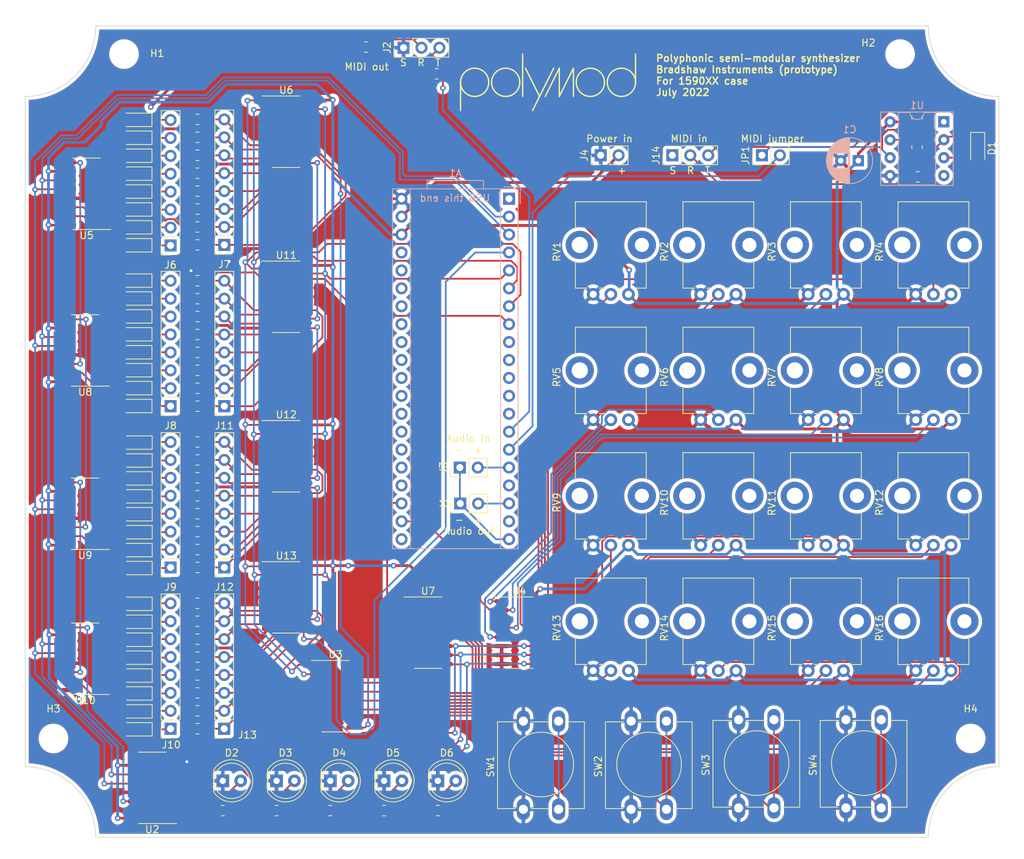
<source format=kicad_pcb>
(kicad_pcb (version 20211014) (generator pcbnew)
  (layers (0 "F.Cu" signal) (31 "B.Cu" signal) (34 "B.Paste" user) (35 "F.Paste" user) (36 "B.SilkS" user "B.Silkscreen") (37 "F.SilkS" user "F.Silkscreen") (38 "B.Mask" user) (39 "F.Mask" user) (44 "Edge.Cuts" user))
  (net 0 "")
  (net 1 "GND")
  (net 2 "Net-(A1-Pad39)")
  (net 3 "VCC")
  (net 18 "/4051_2")
  (net 19 "/4051_1")
  (net 21 "GNDA")
  (net 24 "/MIDI_IN")
  (net 25 "/MIDI_OUT")
  (net 31 "/PATCHING_OUT_DATA")
  (net 32 "PATCHING_IN_LOAD")
  (net 33 "PATCHING_IN_CLOCK")
  (net 34 "PATCHING_IN_CE")
  (net 35 "/PATCHING_IN_DATA")
  (net 36 "PATCHING_OUT_CLOCK")
  (net 37 "PATCHING_OUT_LATCH")
  (net 39 "Net-(D1-Pad1)")
  (net 40 "Net-(D2-Pad2)")
  (net 41 "Net-(D3-Pad2)")
  (net 42 "Net-(D4-Pad2)")
  (net 43 "Net-(D5-Pad2)")
  (net 44 "Net-(D6-Pad2)")
  (net 45 "Net-(D7-Pad1)")
  (net 46 "Net-(D7-Pad2)")
  (net 47 "Net-(D8-Pad1)")
  (net 48 "Net-(D8-Pad2)")
  (net 49 "Net-(D9-Pad1)")
  (net 50 "Net-(D9-Pad2)")
  (net 51 "Net-(D10-Pad1)")
  (net 52 "Net-(D10-Pad2)")
  (net 53 "Net-(D11-Pad1)")
  (net 54 "Net-(D11-Pad2)")
  (net 55 "Net-(D12-Pad1)")
  (net 56 "Net-(D12-Pad2)")
  (net 57 "Net-(D13-Pad1)")
  (net 58 "Net-(D13-Pad2)")
  (net 59 "Net-(D14-Pad1)")
  (net 60 "Net-(D14-Pad2)")
  (net 61 "Net-(D15-Pad1)")
  (net 62 "Net-(D15-Pad2)")
  (net 63 "Net-(D16-Pad1)")
  (net 64 "Net-(D16-Pad2)")
  (net 65 "Net-(D17-Pad1)")
  (net 66 "Net-(D17-Pad2)")
  (net 67 "Net-(D18-Pad1)")
  (net 68 "Net-(D18-Pad2)")
  (net 69 "Net-(D19-Pad1)")
  (net 70 "Net-(D19-Pad2)")
  (net 71 "Net-(D20-Pad1)")
  (net 72 "Net-(D20-Pad2)")
  (net 73 "Net-(D21-Pad1)")
  (net 74 "Net-(D21-Pad2)")
  (net 75 "Net-(D22-Pad1)")
  (net 76 "Net-(D22-Pad2)")
  (net 77 "Net-(D23-Pad1)")
  (net 78 "Net-(D23-Pad2)")
  (net 79 "Net-(D24-Pad1)")
  (net 80 "Net-(D24-Pad2)")
  (net 81 "Net-(D25-Pad1)")
  (net 82 "Net-(D25-Pad2)")
  (net 83 "Net-(D26-Pad1)")
  (net 84 "Net-(D26-Pad2)")
  (net 85 "Net-(D27-Pad1)")
  (net 86 "Net-(D27-Pad2)")
  (net 87 "Net-(D28-Pad1)")
  (net 88 "Net-(D28-Pad2)")
  (net 89 "Net-(D29-Pad1)")
  (net 90 "Net-(D29-Pad2)")
  (net 91 "Net-(D30-Pad1)")
  (net 92 "Net-(D30-Pad2)")
  (net 93 "Net-(D31-Pad1)")
  (net 94 "Net-(D31-Pad2)")
  (net 95 "Net-(D32-Pad1)")
  (net 96 "Net-(D32-Pad2)")
  (net 97 "Net-(D33-Pad1)")
  (net 98 "Net-(D33-Pad2)")
  (net 99 "Net-(D34-Pad1)")
  (net 100 "Net-(D34-Pad2)")
  (net 101 "Net-(D35-Pad1)")
  (net 102 "Net-(D35-Pad2)")
  (net 103 "Net-(D36-Pad1)")
  (net 104 "Net-(D36-Pad2)")
  (net 105 "Net-(D37-Pad1)")
  (net 106 "Net-(D37-Pad2)")
  (net 107 "Net-(D38-Pad1)")
  (net 108 "Net-(D38-Pad2)")
  (net 109 "Net-(J7-Pad1)")
  (net 110 "Net-(J7-Pad2)")
  (net 111 "Net-(J7-Pad3)")
  (net 112 "Net-(J7-Pad4)")
  (net 113 "Net-(J7-Pad5)")
  (net 114 "Net-(J7-Pad6)")
  (net 115 "Net-(J7-Pad7)")
  (net 116 "Net-(J7-Pad8)")
  (net 117 "Net-(J11-Pad1)")
  (net 118 "Net-(J11-Pad2)")
  (net 119 "Net-(J11-Pad3)")
  (net 120 "Net-(J11-Pad4)")
  (net 121 "Net-(J11-Pad5)")
  (net 122 "Net-(J11-Pad6)")
  (net 123 "Net-(J11-Pad7)")
  (net 124 "Net-(J11-Pad8)")
  (net 125 "Net-(J12-Pad1)")
  (net 126 "Net-(J12-Pad2)")
  (net 127 "Net-(J12-Pad3)")
  (net 128 "Net-(J12-Pad4)")
  (net 129 "Net-(J12-Pad5)")
  (net 130 "Net-(J12-Pad6)")
  (net 131 "Net-(J12-Pad7)")
  (net 132 "Net-(J12-Pad8)")
  (net 133 "Net-(J13-Pad1)")
  (net 134 "Net-(J13-Pad2)")
  (net 135 "Net-(J13-Pad3)")
  (net 136 "Net-(J13-Pad4)")
  (net 137 "Net-(J13-Pad5)")
  (net 138 "Net-(J13-Pad6)")
  (net 139 "Net-(J13-Pad7)")
  (net 140 "Net-(J13-Pad8)")
  (net 141 "Net-(JP1-Pad1)")
  (net 142 "Net-(R2-Pad2)")
  (net 143 "Net-(R6-Pad1)")
  (net 144 "Net-(R7-Pad1)")
  (net 145 "Net-(R8-Pad1)")
  (net 146 "Net-(R9-Pad1)")
  (net 147 "Net-(R10-Pad1)")
  (net 148 "Net-(RV1-Pad2)")
  (net 149 "Net-(RV2-Pad2)")
  (net 150 "Net-(RV3-Pad2)")
  (net 151 "Net-(RV4-Pad2)")
  (net 152 "Net-(RV5-Pad2)")
  (net 153 "Net-(RV6-Pad2)")
  (net 154 "Net-(RV7-Pad2)")
  (net 155 "Net-(RV8-Pad2)")
  (net 156 "Net-(RV9-Pad2)")
  (net 157 "Net-(RV10-Pad2)")
  (net 158 "Net-(RV11-Pad2)")
  (net 159 "Net-(RV12-Pad2)")
  (net 160 "Net-(RV13-Pad2)")
  (net 161 "Net-(RV14-Pad2)")
  (net 162 "Net-(RV15-Pad2)")
  (net 163 "Net-(RV16-Pad2)")
  (net 164 "Net-(SW1-Pad2)")
  (net 165 "Net-(SW2-Pad2)")
  (net 166 "Net-(SW3-Pad2)")
  (net 167 "Net-(SW4-Pad2)")
  (net 170 "4051_ADDRESS_B")
  (net 171 "4051_ADDRESS_C")
  (net 173 "/UTIL_595")
  (net 174 "4051_ADDRESS_A")
  (net 176 "/UTIL_165")
  (net 178 "/Output group 1/OUTPUT")
  (net 180 "/Input group 1/OUTPUT")
  (net 181 "/Output group 2/OUTPUT")
  (net 182 "/Output group 3/OUTPUT")
  (net 184 "/Input group 2/OUTPUT")
  (net 186 "/Input group 3/OUTPUT")
  (net 188 "/audio_out_tip")
  (net 189 "/audio_in_tip")
  (net 190 "/midi_in_tip")
  (net 191 "/midi_in_ring")
  (net 193 "/midi_out_ring")
  (net 194 "/midi_out_tip")
  (footprint "Package_SO:SOIC-16_3.9x9.9mm_P1.27mm" (layer "F.Cu") (at 118 50)
    (fp_text reference "U6")
    (fp_text value "74LS165")
  )
  (footprint "polymodcustom:Nexperia_CFP3_SOD-123W" (layer "F.Cu") (at 96.74 122 180)
    (fp_text reference "D36")
    (fp_text value "1N4148")
  )
  (footprint "polymodcustom:R_0805_2012Metric" (layer "F.Cu") (at 105.4125 66.04 180)
    (fp_text reference "R17")
    (fp_text value "10K")
  )
  (footprint "polymodcustom:Nexperia_CFP3_SOD-123W" (layer "F.Cu") (at 96.74 99.14 180)
    (fp_text reference "D28")
    (fp_text value "1N4148")
  )
  (footprint "polymodcustom:R_0805_2012Metric" (layer "F.Cu") (at 105.4125 121.92 180)
    (fp_text reference "R40")
    (fp_text value "10K")
  )
  (footprint "Connector_PinHeader_2.54mm:PinHeader_1x02_P2.54mm_Vertical" (layer "F.Cu") (at 185.42 53.34 90)
    (fp_text reference "JP1")
    (fp_text value "Jumper_2_Open")
  )
  (footprint "Package_SO:SOIC-16_3.9x9.9mm_P1.27mm" (layer "F.Cu") (at 118 116)
    (fp_text reference "U13")
    (fp_text value "74LS165")
  )
  (footprint "polymodcustom:R_0805_2012Metric" (layer "F.Cu") (at 105.4125 73.66 180)
    (fp_text reference "R22")
    (fp_text value "10K")
  )
  (footprint "polymodcustom:Potentiometer_Alps_RK09K_Single_Vertical" (layer "F.Cu") (at 212.22 108.61 90)
    (fp_text reference "RV12")
    (fp_text value "R_Potentiometer")
  )
  (footprint "polymodcustom:Nexperia_CFP3_SOD-123W" (layer "F.Cu") (at 96.74 124.54 180)
    (fp_text reference "D35")
    (fp_text value "1N4148")
  )
  (footprint "polymodcustom:R_0805_2012Metric" (layer "F.Cu") (at 105.4125 132.08 180)
    (fp_text reference "R39")
    (fp_text value "10K")
  )
  (footprint "polymodcustom:Nexperia_CFP3_SOD-123W" (layer "F.Cu") (at 96.7 63.56 180)
    (fp_text reference "D8")
    (fp_text value "1N4148")
  )
  (footprint "polymodcustom:Nexperia_CFP3_SOD-123W" (layer "F.Cu") (at 96.74 129.62 180)
    (fp_text reference "D33")
    (fp_text value "1N4148")
  )
  (footprint "polymodcustom:R_0805_2012Metric" (layer "F.Cu") (at 105.4125 116.84 180)
    (fp_text reference "R36")
    (fp_text value "10K")
  )
  (footprint "polymodcustom:Nexperia_CFP3_SOD-123W" (layer "F.Cu") (at 96.74 104.22 180)
    (fp_text reference "D26")
    (fp_text value "1N4148")
  )
  (footprint "polymodcustom:R_0805_2012Metric" (layer "F.Cu") (at 139.48 146.22)
    (fp_text reference "R10")
    (fp_text value "680R")
  )
  (footprint "polymodcustom:R_0805_2012Metric" (layer "F.Cu") (at 105.4125 134.62 180)
    (fp_text reference "R41")
    (fp_text value "10K")
  )
  (footprint "Package_SO:SOIC-16_3.9x9.9mm_P1.27mm" (layer "F.Cu") (at 89.5 124.7 180)
    (fp_text reference "U10")
    (fp_text value "74HC595")
  )
  (footprint "polymodcustom:Nexperia_CFP3_SOD-123W" (layer "F.Cu") (at 96.7 50.86 180)
    (fp_text reference "D13")
    (fp_text value "1N4148")
  )
  (footprint "Package_SO:SOIC-16_3.9x9.9mm_P1.27mm" (layer "F.Cu") (at 89.5 104.15 180)
    (fp_text reference "U9")
    (fp_text value "74HC595")
  )
  (footprint "polymodcustom:Nexperia_CFP3_SOD-123W" (layer "F.Cu") (at 96.7 61.02 180)
    (fp_text reference "D9")
    (fp_text value "1N4148")
  )
  (footprint "polymodcustom:R_0805_2012Metric" (layer "F.Cu") (at 105.4125 48.26 180)
    (fp_text reference "R12")
    (fp_text value "10K")
  )
  (footprint "Package_SO:SOIC-16_3.9x9.9mm_P1.27mm" (layer "F.Cu") (at 118 96)
    (fp_text reference "U12")
    (fp_text value "74LS165")
  )
  (footprint "polymodcustom:Nexperia_CFP3_SOD-123W" (layer "F.Cu") (at 96.7 66.1 180)
    (fp_text reference "D7")
    (fp_text value "1N4148")
  )
  (footprint "polymodcustom:R_0805_2012Metric" (layer "F.Cu") (at 105.4125 106.68 180)
    (fp_text reference "R29")
    (fp_text value "10K")
  )
  (footprint "polymodcustom:Nexperia_CFP3_SOD-123W" (layer "F.Cu") (at 96.7 83.8 180)
    (fp_text reference "D17")
    (fp_text value "1N4148")
  )
  (footprint "Diode_SMD:D_SOD-123" (layer "F.Cu") (at 216 52.35 -90)
    (fp_text reference "D1")
    (fp_text value "1N4148")
  )
  (footprint "polymodcustom:Nexperia_CFP3_SOD-123W" (layer "F.Cu") (at 96.7 55.94 180)
    (fp_text reference "D11")
    (fp_text value "1N4148")
  )
  (footprint "polymodcustom:Nexperia_CFP3_SOD-123W" (layer "F.Cu") (at 96.74 96.6 180)
    (fp_text reference "D29")
    (fp_text value "1N4148")
  )
  (footprint "Connector_PinSocket_2.54mm:PinSocket_1x08_P2.54mm_Vertical" (layer "F.Cu") (at 101.6 134.62 180)
    (fp_text reference "J10")
    (fp_text value "Conn_01x08_Male")
  )
  (footprint "polymodcustom:SW_PUSH-12mm" (layer "F.Cu") (at 182.12 145.84 90)
    (fp_text reference "SW3")
    (fp_text value "SW_Push")
  )
  (footprint "polymodcustom:R_0805_2012Metric" (layer "F.Cu") (at 131.86 146.22)
    (fp_text reference "R9")
    (fp_text value "680R")
  )
  (footprint "polymodcustom:Potentiometer_Alps_RK09K_Single_Vertical" (layer "F.Cu") (at 181.74 108.61 90)
    (fp_text reference "RV10")
    (fp_text value "R_Potentiometer")
  )
  (footprint "LED_THT:LED_D5.0mm" (layer "F.Cu") (at 124.24 142)
    (fp_text reference "D4")
    (fp_text value "LED")
  )
  (footprint "polymodcustom:R_0805_2012Metric" (layer "F.Cu") (at 105.4125 63.5 180)
    (fp_text reference "R15")
    (fp_text value "10K")
  )
  (footprint "Connector_PinSocket_2.54mm:PinSocket_1x08_P2.54mm_Vertical" (layer "F.Cu") (at 109.22 66.04 180)
    (fp_text reference "J7")
    (fp_text value "Conn_01x08_Male")
  )
  (footprint "polymodcustom:R_0805_2012Metric" (layer "F.Cu") (at 105.4125 124.46 180)
    (fp_text reference "R42")
    (fp_text value "10K")
  )
  (footprint "polymodcustom:Potentiometer_Alps_RK09K_Single_Vertical" (layer "F.Cu") (at 166.5 126.39 90)
    (fp_text reference "RV13")
    (fp_text value "R_Potentiometer")
  )
  (footprint "Package_SO:SOIC-16_3.9x9.9mm_P1.27mm" (layer "F.Cu") (at 89.5 81 180)
    (fp_text reference "U8")
    (fp_text value "74HC595")
  )
  (footprint "polymodcustom:R_0805_2012Metric" (layer "F.Cu") (at 105.4125 111.76 180)
    (fp_text reference "R33")
    (fp_text value "10K")
  )
  (footprint "polymodcustom:R_0805_2012Metric" (layer "F.Cu") (at 207.5 56.4)
    (fp_text reference "R1")
    (fp_text value "220")
  )
  (footprint "polymodcustom:SW_PUSH-12mm" (layer "F.Cu") (at 197.32 145.84 90)
    (fp_text reference "SW4")
    (fp_text value "SW_Push")
  )
  (footprint "Package_SO:SOIC-16_3.9x9.9mm_P1.27mm" (layer "F.Cu") (at 89.7 58.8 180)
    (fp_text reference "U5")
    (fp_text value "74HC595")
  )
  (footprint "polymodcustom:Nexperia_CFP3_SOD-123W" (layer "F.Cu") (at 96.74 116.92 180)
    (fp_text reference "D38")
    (fp_text value "1N4148")
  )
  (footprint "Connector_PinHeader_2.54mm:PinHeader_1x02_P2.54mm_Vertical" (layer "F.Cu") (at 162.56 53.34 90)
    (fp_text reference "J4")
    (fp_text value "Barrel_Jack")
  )
  (footprint "polymodcustom:Potentiometer_Alps_RK09K_Single_Vertical" (layer "F.Cu") (at 166.5 108.61 90)
    (fp_text reference "RV9")
    (fp_text value "R_Potentiometer")
  )
  (footprint "polymodcustom:Potentiometer_Alps_RK09K_Single_Vertical" (layer "F.Cu") (at 181.74 90.83 90)
    (fp_text reference "RV6")
    (fp_text value "R_Potentiometer")
  )
  (footprint "Connector_PinSocket_2.54mm:PinSocket_1x08_P2.54mm_Vertical" (layer "F.Cu") (at 109.22 88.9 180)
    (fp_text reference "J11")
    (fp_text value "Conn_01x08_Male")
  )
  (footprint "polymodcustom:Potentiometer_Alps_RK09K_Single_Vertical" (layer "F.Cu") (at 181.74 126.39 90)
    (fp_text reference "RV14")
    (fp_text value "R_Potentiometer")
  )
  (footprint "polymodcustom:Nexperia_CFP3_SOD-123W" (layer "F.Cu") (at 96.7 76.18 180)
    (fp_text reference "D20")
    (fp_text value "1N4148")
  )
  (footprint "polymodcustom:Nexperia_CFP3_SOD-123W" (layer "F.Cu") (at 96.74 101.68 180)
    (fp_text reference "D27")
    (fp_text value "1N4148")
  )
  (footprint "polymodcustom:R_0805_2012Metric" (layer "F.Cu") (at 207.4 48.0125 -90)
    (fp_text reference "R3")
    (fp_text value "470")
  )
  (footprint "polymodcustom:R_0805_2012Metric" (layer "F.Cu") (at 124.24 146.22)
    (fp_text reference "R8")
    (fp_text value "680R")
  )
  (footprint "polymodcustom:Nexperia_CFP3_SOD-123W" (layer "F.Cu") (at 96.74 127.08 180)
    (fp_text reference "D34")
    (fp_text value "1N4148")
  )
  (footprint "Package_SO:SOIC-16_3.9x9.9mm_P1.27mm" (layer "F.Cu") (at 118 73.4)
    (fp_text reference "U11")
    (fp_text value "74LS165")
  )
  (footprint "polymodcustom:R_0805_2012Metric" (layer "F.Cu") (at 105.4125 93.98 180)
    (fp_text reference "R28")
    (fp_text value "10K")
  )
  (footprint "MountingHole:MountingHole_3.2mm_M3" (layer "F.Cu") (at 215 136)
    (fp_text reference "H4")
    (fp_text value "MountingHole")
  )
  (footprint "polymodcustom:Nexperia_CFP3_SOD-123W" (layer "F.Cu") (at 96.74 106.76 180)
    (fp_text reference "D25")
    (fp_text value "1N4148")
  )
  (footprint "LED_THT:LED_D5.0mm" (layer "F.Cu") (at 131.86 142)
    (fp_text reference "D5")
    (fp_text value "LED")
  )
  (footprint "polymodcustom:SW_PUSH-12mm" (layer "F.Cu") (at 151.6 146.04 90)
    (fp_text reference "SW1")
    (fp_text value "SW_Push")
  )
  (footprint "polymodcustom:Nexperia_CFP3_SOD-123W" (layer "F.Cu") (at 96.74 132.16 180)
    (fp_text reference "D32")
    (fp_text value "1N4148")
  )
  (footprint "Connector_PinSocket_2.54mm:PinSocket_1x08_P2.54mm_Vertical" (layer "F.Cu") (at 101.6 111.76 180)
    (fp_text reference "J9")
    (fp_text value "Conn_01x08_Male")
  )
  (footprint "polymodcustom:R_0805_2012Metric" (layer "F.Cu") (at 105.4125 86.36 180)
    (fp_text reference "R23")
    (fp_text value "10K")
  )
  (footprint "polymodcustom:R_0805_2012Metric" (layer "F.Cu") (at 129.2875 38)
    (fp_text reference "R4")
    (fp_text value "220")
  )
  (footprint "polymodcustom:Nexperia_CFP3_SOD-123W" (layer "F.Cu") (at 96.74 94.06 180)
    (fp_text reference "D30")
    (fp_text value "1N4148")
  )
  (footprint "polymodcustom:R_0805_2012Metric" (layer "F.Cu") (at 116.62 146.22)
    (fp_text reference "R7")
    (fp_text value "680R")
  )
  (footprint "polymodcustom:Potentiometer_Alps_RK09K_Single_Vertical" (layer "F.Cu") (at 196.98 73.05 90)
    (fp_text reference "RV3")
    (fp_text value "R_Potentiometer")
  )
  (footprint "LED_THT:LED_D5.0mm" (layer "F.Cu") (at 109 142)
    (fp_text reference "D2")
    (fp_text value "LED")
  )
  (footprint "Package_SO:SOIC-16_3.9x9.9mm_P1.27mm" (layer "F.Cu") (at 125 130)
    (fp_text reference "U3")
    (fp_text value "74LS165")
  )
  (footprint "polymodcustom:R_0805_2012Metric" (layer "F.Cu") (at 105.4125 101.6 180)
    (fp_text reference "R34")
    (fp_text value "10K")
  )
  (footprint "polymodcustom:Potentiometer_Alps_RK09K_Single_Vertical" (layer "F.Cu") (at 181.74 73.05 90)
    (fp_text reference "RV2")
    (fp_text value "R_Potentiometer")
  )
  (footprint "polymodcustom:Nexperia_CFP3_SOD-123W" (layer "F.Cu") (at 96.7 53.4 180)
    (fp_text reference "D12")
    (fp_text value "1N4148")
  )
  (footprint "polymodcustom:Nexperia_CFP3_SOD-123W" (layer "F.Cu") (at 96.7 88.88 180)
    (fp_text reference "D15")
    (fp_text value "1N4148")
  )
  (footprint "polymodcustom:Nexperia_CFP3_SOD-123W" (layer "F.Cu") (at 96.74 119.46 180)
    (fp_text reference "D37")
    (fp_text value "1N4148")
  )
  (footprint "polymodcustom:R_0805_2012Metric" (layer "F.Cu") (at 105.4125 55.88 180)
    (fp_text reference "R18")
    (fp_text value "10K")
  )
  (footprint "polymodcustom:Potentiometer_Alps_RK09K_Single_Vertical" (layer "F.Cu") (at 196.98 126.39 90)
    (fp_text reference "RV15")
    (fp_text value "R_Potentiometer")
  )
  (footprint "polymodcustom:Nexperia_CFP3_SOD-123W" (layer "F.Cu") (at 96.7 78.72 180)
    (fp_text reference "D19")
    (fp_text value "1N4148")
  )
  (footprint "Connector_PinSocket_2.54mm:PinSocket_1x08_P2.54mm_Vertical" (layer "F.Cu") (at 101.6 88.9 180)
    (fp_text reference "J8")
    (fp_text value "Conn_01x08_Male")
  )
  (footprint "polymodcustom:Potentiometer_Alps_RK09K_Single_Vertical" (layer "F.Cu") (at 212.22 90.83 90)
    (fp_text reference "RV8")
    (fp_text value "R_Potentiometer")
  )
  (footprint "polymodcustom:R_0805_2012Metric" (layer "F.Cu") (at 105.4125 99.06 180)
    (fp_text reference "R32")
    (fp_text value "10K")
  )
  (footprint "polymodcustom:Nexperia_CFP3_SOD-123W" (layer "F.Cu") (at 96.74 109.3 180)
    (fp_text reference "D24")
    (fp_text value "1N4148")
  )
  (footprint "Package_SO:SOIC-16_3.9x9.9mm_P1.27mm" (layer "F.Cu") (at 99 143 180)
    (fp_text reference "U2")
    (fp_text value "74HC595")
  )
  (footprint "polymodcustom:Nexperia_CFP3_SOD-123W" (layer "F.Cu") (at 96.74 111.84 180)
    (fp_text reference "D23")
    (fp_text value "1N4148")
  )
  (footprint "polymodcustom:R_0805_2012Metric" (layer "F.Cu") (at 105.4125 58.42 180)
    (fp_text reference "R11")
    (fp_text value "10K")
  )
  (footprint "polymodcustom:SW_PUSH-12mm" (layer "F.Cu") (at 166.88 146.04 90)
    (fp_text reference "SW2")
    (fp_text value "SW_Push")
  )
  (footprint "polymodcustom:R_0805_2012Metric" (layer "F.Cu") (at 105.4125 53.34 180)
    (fp_text reference "R16")
    (fp_text value "10K")
  )
  (footprint "polymodcustom:R_0805_2012Metric" (layer "F.Cu") (at 207.4 52.2125 90)
    (fp_text reference "R2")
    (fp_text value "10k")
  )
  (footprint "polymodcustom:Nexperia_CFP3_SOD-123W" (layer "F.Cu") (at 96.7 48.32 180)
    (fp_text reference "D14")
    (fp_text value "1N4148")
  )
  (footprint "polymodcustom:R_0805_2012Metric" (layer "F.Cu") (at 105.4125 127 180)
    (fp_text reference "R35")
    (fp_text value "10K")
  )
  (footprint "polymodcustom:R_0805_2012Metric" (layer "F.Cu") (at 105.4125 76.2 180)
    (fp_text reference "R24")
    (fp_text value "10K")
  )
  (footprint "polymodcustom:Potentiometer_Alps_RK09K_Single_Vertical" (layer "F.Cu") (at 196.98 108.61 90)
    (fp_text reference "RV11")
    (fp_text value "R_Potentiometer")
  )
  (footprint "polymodcustom:Potentiometer_Alps_RK09K_Single_Vertical" (layer "F.Cu") (at 166.5 73.05 90)
    (fp_text reference "RV1")
    (fp_text value "R_Potentiometer")
  )
  (footprint "Connector_PinSocket_2.54mm:PinSocket_1x08_P2.54mm_Vertical" (layer "F.Cu") (at 109.2 134.62 180)
    (fp_text reference "J13")
    (fp_text value "Conn_01x08_Male")
  )
  (footprint "polymodcustom:Nexperia_CFP3_SOD-123W" (layer "F.Cu") (at 96.7 86.34 180)
    (fp_text reference "D16")
    (fp_text value "1N4148")
  )
  (footprint "polymodcustom:Nexperia_CFP3_SOD-123W" (layer "F.Cu") (at 96.74 134.7 180)
    (fp_text reference "D31")
    (fp_text value "1N4148")
  )
  (footprint "polymodcustom:R_0805_2012Metric" (layer "F.Cu") (at 105.4125 60.96 180)
    (fp_text reference "R13")
    (fp_text value "10K")
  )
  (footprint "polymodcustom:R_0805_2012Metric" (layer "F.Cu") (at 105.4125 119.38 180)
    (fp_text reference "R38")
    (fp_text value "10K")
  )
  (footprint "polymodcustom:R_0805_2012Metric" (layer "F.Cu") (at 105.4125 83.82 180)
    (fp_text reference "R21")
    (fp_text value "10K")
  )
  (footprint "Package_SO:SOIC-16_3.9x9.9mm_P1.27mm" (layer "F.Cu") (at 151 121)
    (fp_text reference "U4")
    (fp_text value "4051")
  )
  (footprint "Connector_PinSocket_2.54mm:PinSocket_1x08_P2.54mm_Vertical" (layer "F.Cu") (at 101.6 66.12 180)
    (fp_text reference "J6")
    (fp_text value "Conn_01x08_Male")
  )
  (footprint "Connector_PinHeader_2.54mm:PinHeader_1x02_P2.54mm_Vertical" (layer "F.Cu") (at 142.66 102.7 90)
    (fp_text reference "J1")
    (fp_text value "Conn_01x02_Male")
  )
  (footprint "LED_THT:LED_D5.0mm" (layer "F.Cu") (at 139.48 142)
    (fp_text reference "D6")
    (fp_text value "LED")
  )
  (footprint "polymodcustom:Nexperia_CFP3_SOD-123W" (layer "F.Cu") (at 96.7 73.64 180)
    (fp_text reference "D21")
    (fp_text value "1N4148")
  )
  (footprint "polymodcustom:R_0805_2012Metric" (layer "F.Cu") (at 109 146.22)
    (fp_text reference "R6")
    (fp_text value "680R")
  )
  (footprint "MountingHole:MountingHole_3.2mm_M3" (layer "F.Cu") (at 205 39)
    (fp_text reference "H2")
    (fp_text value "MountingHole")
  )
  (footprint "Connector_PinHeader_2.54mm:PinHeader_1x03_P2.54mm_Vertical" (layer "F.Cu") (at 172.72 53.34 90)
    (fp_text reference "J14")
    (fp_text value "Conn_01x03_Male")
  )
  (footprint "polymodcustom:Potentiometer_Alps_RK09K_Single_Vertical" (layer "F.Cu") (at 212.22 73.05 90)
    (fp_text reference "RV4")
    (fp_text value "R_Potentiometer")
  )
  (footprint "polymodcustom:R_0805_2012Metric" (layer "F.Cu") (at 105.4125 104.14 180)
    (fp_text reference "R27")
    (fp_text value "10K")
  )
  (footprint "polymodcustom:Nexperia_CFP3_SOD-123W" (layer "F.Cu") (at 96.7 81.26 180)
    (fp_text reference "D18")
    (fp_text value "1N4148")
  )
  (footprint "polymodcustom:Potentiometer_Alps_RK09K_Single_Vertical" (layer "F.Cu") (at 212.22 126.39 90)
    (fp_text reference "RV16")
    (fp_text value "R_Potentiometer")
  )
  (footprint "polymodcustom:Potentiometer_Alps_RK09K_Single_Vertical" (layer "F.Cu") (at 166.5 90.83 90)
    (fp_text reference "RV5")
    (fp_text value "R_Potentiometer")
  )
  (footprint "polymodcustom:R_0805_2012Metric" (layer "F.Cu") (at 105.4125 81.28 180)
    (fp_text reference "R19")
    (fp_text value "10K")
  )
  (footprint "Connector_PinHeader_2.54mm:PinHeader_1x03_P2.54mm_Vertical" (layer "F.Cu") (at 134.62 38.1 90)
    (fp_text reference "J2")
    (fp_text value "Conn_01x03_Male")
  )
  (footprint "polymodcustom:R_0805_2012Metric" (layer "F.Cu") (at 105.4125 50.8 180)
    (fp_text reference "R14")
    (fp_text value "10K")
  )
  (footprint "polymodcustom:R_0805_2012Metric" (layer "F.Cu") (at 105.4125 88.9 180)
    (fp_text reference "R25")
    (fp_text value "10K")
  )
  (footprint "polymodcustom:Nexperia_CFP3_SOD-123W" (layer "F.Cu") (at 96.7 58.48 180)
    (fp_text reference "D10")
    (fp_text value "1N4148")
  )
  (footprint "polymodcustom:Nexperia_CFP3_SOD-123W" (layer "F.Cu") (at 96.7 71.1 180)
    (fp_text reference "D22")
    (fp_text value "1N4148")
  )
  (footprint "polymodcustom:R_0805_2012Metric" (layer "F.Cu") (at 105.4125 109.22 180)
    (fp_text reference "R31")
    (fp_text value "10K")
  )
  (footprint "polymodcustom:Potentiometer_Alps_RK09K_Single_Vertical" (layer "F.Cu") (at 196.98 90.83 90)
    (fp_text reference "RV7")
    (fp_text value "R_Potentiometer")
  )
  (footprint "polymodcustom:R_0805_2012Metric" (layer "F.Cu") (at 105.4125 78.74 180)
    (fp_text reference "R26")
    (fp_text value "10K")
  )
  (footprint "Package_SO:SOIC-16_3.9x9.9mm_P1.27mm" (layer "F.Cu") (at 138.1 121)
    (fp_text reference "U7")
    (fp_text value "4051")
  )
  (footprint "LED_THT:LED_D5.0mm" (layer "F.Cu") (at 116.62 142)
    (fp_text reference "D3")
    (fp_text value "LED")
  )
  (footprint "Connector_PinSocket_2.54mm:PinSocket_1x08_P2.54mm_Vertical" (layer "F.Cu") (at 109.22 111.76 180)
    (fp_text reference "J12")
    (fp_text value "Conn_01x08_Male")
  )
  (footprint "MountingHole:MountingHole_3.2mm_M3" (layer "F.Cu") (at 85 136)
    (fp_text reference "H3")
    (fp_text value "MountingHole")
  )
  (footprint "polymodcustom:R_0805_2012Metric" (layer "F.Cu") (at 139.3125 41.8)
    (fp_text reference "R5")
    (fp_text value "220")
  )
  (footprint "Connector_PinHeader_2.54mm:PinHeader_1x02_P2.54mm_Vertical" (layer "F.Cu") (at 142.6 97.6 90)
    (fp_text reference "J3")
    (fp_text value "Conn_01x02_Male")
  )
  (footprint "polymodcustom:R_0805_2012Metric" (layer "F.Cu") (at 105.4125 71.12 180)
    (fp_text reference "R20")
    (fp_text value "10K")
  )
  (footprint "polymodcustom:R_0805_2012Metric" (layer "F.Cu") (at 105.4125 129.54 180)
    (fp_text reference "R37")
    (fp_text value "10K")
  )
  (footprint "polymodcustom:R_0805_2012Metric" (layer "F.Cu") (at 105.4125 96.52 180)
    (fp_text reference "R30")
    (fp_text value "10K")
  )
  (footprint "MountingHole:MountingHole_3.2mm_M3" (layer "F.Cu") (at 95 39)
    (fp_text reference "H1")
    (fp_text value "MountingHole")
  )
  (footprint "Device_Audio_Electrosmith_Daisy_Seed:Device_Audio_Electrosmith_Daisy_Seed" (layer "B.Cu") (at 149.5775 59.5 180)
    (fp_text reference "A1")
    (fp_text value "Device_Audio_Electrosmith_Daisy_Seed_Rev4")
  )
  (footprint "Package_DIP:DIP-8_W7.62mm_Socket" (layer "B.Cu") (at 211.2 48.6 180)
    (fp_text reference "U1")
    (fp_text value "6N138")
  )
  (footprint "Capacitor_THT:CP_Radial_D6.3mm_P2.50mm" (layer "B.Cu") (at 199.08238 54.1 180)
    (fp_text reference "C1")
    (fp_text value "470uF")
  )
  (gr_line (start 142.7 43) (end 142.7 47) (layer "F.SilkS") (width 0.2))
  (gr_circle (center 149.1 43) (end 151.1 43) (layer "F.SilkS") (width 0.2) (fill none))
  (gr_line (start 151.9 41) (end 153.9 45) (layer "F.SilkS") (width 0.2))
  (gr_circle (center 165.5 43) (end 167.5 43) (layer "F.SilkS") (width 0.2) (fill none))
  (gr_line (start 153.9 45) (end 155.9 41) (layer "F.SilkS") (width 0.2))
  (gr_line (start 153.9 45) (end 152.9 47) (layer "F.SilkS") (width 0.2))
  (gr_line (start 153.9 45) (end 153.9 45) (layer "F.SilkS") (width 0.2))
  (gr_circle (center 161.1 43) (end 163.1 43) (layer "F.SilkS") (width 0.2) (fill none))
  (gr_line (start 167.5 43) (end 167.5 39) (layer "F.SilkS") (width 0.2))
  (gr_line (start 154.7 45) (end 156.7 41) (layer "F.SilkS") (width 0.2))
  (gr_line (start 151.5 45) (end 151.5 39) (layer "F.SilkS") (width 0.2))
  (gr_circle (center 144.7 43) (end 146.7 43) (layer "F.SilkS") (width 0.2) (fill none))
  (gr_line (start 158.7 41) (end 158.7 45) (layer "F.SilkS") (width 0.2))
  (gr_line (start 156.7 45) (end 158.7 41) (layer "F.SilkS") (width 0.2))
  (gr_line (start 156.7 41) (end 156.7 45) (layer "F.SilkS") (width 0.2))
  (gr_arc (start 209 150) (mid 211.928932 142.928932) (end 219 140) (layer "Edge.Cuts") (width 0.1))
  (gr_line (start 209 150) (end 91 150) (layer "Edge.Cuts") (width 0.1))
  (gr_arc (start 219 45) (mid 211.928932 42.071068) (end 209 35) (layer "Edge.Cuts") (width 0.1))
  (gr_line (start 219 45) (end 219 140) (layer "Edge.Cuts") (width 0.1))
  (gr_line (start 91 35) (end 209 35) (layer "Edge.Cuts") (width 0.1))
  (gr_arc (start 81 140) (mid 88.071068 142.928932) (end 91 150) (layer "Edge.Cuts") (width 0.1))
  (gr_arc (start 91 35) (mid 88.071068 42.071068) (end 81 45) (layer "Edge.Cuts") (width 0.1))
  (gr_line (start 81 140) (end 81 45) (layer "Edge.Cuts") (width 0.1))
  (gr_text "USB this end" (at 141.9 59.4) (layer "B.SilkS") (effects (font (size 1 1)) (justify mirror)))
  (gr_text "MIDI jumper" (at 186.9 51) (layer "F.SilkS") (effects (font (size 1 1))))
  (gr_text "S  R  T" (at 175.2 55.5) (layer "F.SilkS") (effects (font (size 1 1))))
  (gr_text "MIDI out" (at 129.4 40.8) (layer "F.SilkS") (effects (font (size 1 1))))
  (gr_text "Polyphonic semi-modular synthesizer\nBradshaw Instruments (prototype)\nFor 1590XX case\nJuly 2022" (at 170.3 42) (layer "F.SilkS") (effects (font (size 1 1) (thickness 0.2)) (justify left)))
  (gr_text "Power in" (at 163.8 51) (layer "F.SilkS") (effects (font (size 1 1))))
  (gr_text "S  R  T" (at 137 40.2) (layer "F.SilkS") (effects (font (size 1 1))))
  (gr_text "MIDI in" (at 175.1 51) (layer "F.SilkS") (effects (font (size 1 1))))
  (gr_text "Audio in\n-  +" (at 143.8 94.3) (layer "F.SilkS") (effects (font (size 1 1))))
  (gr_text "-  +\nAudio out" (at 143.9 105.8) (layer "F.SilkS") (effects (font (size 1 1))))
  (gr_text "-   +" (at 163.8 55.5) (layer "F.SilkS") (effects (font (size 1 1))))
  (segment (start 105.749511 123.169511) (end 104.5 121.92) (width 0.4) (layer "F.Cu") (net 1))
  (segment (start 108.8 41.5) (end 104.5 45.8) (width 0.4) (layer "F.Cu") (net 1))
  (segment (start 119.701878 66.56452) (end 111.73548 66.56452) (width 0.4) (layer "F.Cu") (net 1))
  (segment (start 115.525 120.445) (end 112.800489 123.169511) (width 0.4) (layer "F.Cu") (net 1))
  (segment (start 115.525 77.845) (end 110.092076 77.845) (width 0.4) (layer "F.Cu") (net 1))
  (segment (start 103.155 138.555) (end 103.9 139.3) (width 0.4) (layer "F.Cu") (net 1))
  (segment (start 196.58238 54.1) (end 198.70238 56.22) (width 0.4) (layer "F.Cu") (net 1))
  (segment (start 94.772273 49.589511) (end 103.170489 49.589511) (width 0.4) (layer "F.Cu") (net 1))
  (segment (start 92.175 54.355) (end 92.175 52.186784) (width 0.4) (layer "F.Cu") (net 1))
  (segment (start 101.475 138.555) (end 103.155 138.555) (width 0.4) (layer "F.Cu") (net 1))
  (segment (start 115.525 100.445) (end 115.430489 100.350489) (width 0.4) (layer "F.Cu") (net 1))
  (segment (start 134.62 51.52) (end 134.7 51.6) (width 0.4) (layer "F.Cu") (net 1))
  (segment (start 104.5 66.04) (end 104.5 48.26) (width 0.4) (layer "F.Cu") (net 1))
  (segment (start 134.62 38.1) (end 134.62 51.52) (width 0.4) (layer "F.Cu") (net 1))
  (segment (start 105.749511 77.449511) (end 104.5 76.2) (width 0.4) (layer "F.Cu") (net 1))
  (segment (start 115.430489 100.350489) (end 105.790489 100.350489) (width 0.4) (layer "F.Cu") (net 1))
  (segment (start 92.175 52.186784) (end 94.772273 49.589511) (width 0.4) (layer "F.Cu") (net 1))
  (segment (start 198.70238 56.22) (end 203.58 56.22) (width 0.4) (layer "F.Cu") (net 1))
  (segment (start 104.5 88.9) (end 104.5 134.62) (width 0.4) (layer "F.Cu") (net 1))
  (segment (start 109.696587 77.449511) (end 105.749511 77.449511) (width 0.4) (layer "F.Cu") (net 1))
  (segment (start 115.380489 54.589511) (end 105.749511 54.589511) (width 0.4) (layer "F.Cu") (net 1))
  (segment (start 135.2 52.1) (end 135.2 58.6375) (width 0.4) (layer "F.Cu") (net 1))
  (segment (start 104.5 45.8) (end 104.5 48.26) (width 0.4) (layer "F.Cu") (net 1))
  (segment (start 112.800489 123.169511) (end 105.749511 123.169511) (width 0.4) (layer "F.Cu") (net 1))
  (segment (start 126.766398 59.5) (end 119.701878 66.56452) (width 0.4) (layer "F.Cu") (net 1))
  (segment (start 103.170489 49.589511) (end 104.5 48.26) (width 0.4) (layer "F.Cu") (net 1))
  (segment (start 104.5 69.7) (end 104.5 71.12) (width 0.4) (layer "F.Cu") (net 1))
  (segment (start 105.749511 54.589511) (end 104.5 53.34) (width 0.4) (layer "F.Cu") (net 1))
  (segment (start 124.6 41.5) (end 134.7 51.6) (width 0.4) (layer "F.Cu") (net 1))
  (segment (start 108.8 41.5) (end 124.6 41.5) (width 0.4) (layer "F.Cu") (net 1))
  (segment (start 110.092076 77.845) (end 109.696587 77.449511) (width 0.4) (layer "F.Cu") (net 1))
  (segment (start 104.5 71.12) (end 104.5 88.9) (width 0.4) (layer "F.Cu") (net 1))
  (segment (start 134.7 51.6) (end 135.2 52.1) (width 0.4) (layer "F.Cu") (net 1))
  (segment (start 134.3375 59.5) (end 126.766398 59.5) (width 0.4) (layer "F.Cu") (net 1))
  (segment (start 135.2 58.6375) (end 134.3375 59.5) (width 0.4) (layer "F.Cu") (net 1))
  (segment (start 111.73548 66.56452) (end 109.9 68.4) (width 0.4) (layer "F.Cu") (net 1))
  (segment (start 105.790489 100.350489) (end 104.5 99.06) (width 0.4) (layer "F.Cu") (net 1))
  (segment (start 115.525 54.445) (end 115.380489 54.589511) (width 0.4) (layer "F.Cu") (net 1))
  (via (at 109.9 68.4) (size 0.8) (drill 0.4) (layers "F.Cu" "B.Cu") (net 1))
  (via (at 103.9 139.3) (size 0.8) (drill 0.4) (layers "F.Cu" "B.Cu") (net 1))
  (via (at 104.5 69.7) (size 0.8) (drill 0.4) (layers "F.Cu" "B.Cu") (net 1))
  (segment (start 109.9 68.4) (end 105.8 68.4) (width 0.4) (layer "B.Cu") (net 1))
  (segment (start 106.6 142) (end 109 142) (width 0.4) (layer "B.Cu") (net 1))
  (segment (start 105.8 68.4) (end 104.5 69.7) (width 0.4) (layer "B.Cu") (net 1))
  (segment (start 103.9 139.3) (end 106.6 142) (width 0.4) (layer "B.Cu") (net 1))
  (segment (start 161.24 57.2) (end 165.1 53.34) (width 0.4) (layer "F.Cu") (net 2))
  (segment (start 134.3375 62.04) (end 139.1775 57.2) (width 0.4) (layer "F.Cu") (net 2))
  (segment (start 139.1775 57.2) (end 161.24 57.2) (width 0.4) (layer "F.Cu") (net 2))
  (segment (start 120.53 111.5) (end 120.475 111.555) (width 0.4) (layer "F.Cu") (net 3))
  (segment (start 124.6 122.68) (end 127.475 125.555) (width 0.4) (layer "F.Cu") (net 3))
  (segment (start 140.575 116.555) (end 135.52 111.5) (width 0.4) (layer "F.Cu") (net 3))
  (segment (start 124.6 45.5) (end 120.53 45.5) (width 0.4) (layer "F.Cu") (net 3))
  (segment (start 124.6 111.5) (end 120.53 111.5) (width 0.4) (layer "F.Cu") (net 3))
  (segment (start 153.475 116.555) (end 153.475 115.325) (width 0.4) (layer "F.Cu") (net 3))
  (segment (start 160.289511 63.289511) (end 166.6 69.6) (width 0.4) (layer "F.Cu") (net 3))
  (segment (start 128.375 38) (end 107.3 38) (width 0.4) (layer "F.Cu") (net 3))
  (segment (start 124.445 91.555) (end 124.6 91.4) (width 0.4) (layer "F.Cu") (net 3))
  (segment (start 196.98 73.05) (end 196.08 73.95) (width 0.4) (layer "F.Cu") (net 3))
  (segment (start 210.920489 92.129511) (end 212.22 90.83) (width 0.4) (layer "F.Cu") (net 3))
  (segment (start 96.38 147.3) (end 96.525 147.445) (width 0.4) (layer "F.Cu") (net 3))
  (segment (start 198.279511 92.129511) (end 210.920489 92.129511) (width 0.4) (layer "F.Cu") (net 3))
  (segment (start 84.4 121.3) (end 86.8 121.3) (width 0.4) (layer "F.Cu") (net 3))
  (segment (start 183.039511 92.129511) (end 195.680489 92.129511) (width 0.4) (layer "F.Cu") (net 3))
  (segment (start 124.6 111.5) (end 124.6 122.68) (width 0.4) (layer "F.Cu") (net 3))
  (segment (start 86.8 121.3) (end 87.025 121.525) (width 0.4) (layer "F.Cu") (net 3))
  (segment (start 84.345 63.245) (end 84.3 63.2) (width 0.4) (layer "F.Cu") (net 3))
  (segment (start 87.225 63.245) (end 84.345 63.245) (width 0.4) (layer "F.Cu") (net 3))
  (segment (start 84.375 77.825) (end 84.3 77.9) (width 0.4) (layer "F.Cu") (net 3))
  (segment (start 199.08238 54.1) (end 199.08238 53.09762) (width 0.4) (layer "F.Cu") (net 3))
  (segment (start 195.680489 92.129511) (end 196.98 90.83) (width 0.4) (layer "F.Cu") (net 3))
  (segment (start 87.345 129.145) (end 88.6 130.4) (width 0.4) (layer "F.Cu") (net 3))
  (segment (start 94.1 139.8) (end 96.5 139.8) (width 0.4) (layer "F.Cu") (net 3))
  (segment (start 94.1 147.3) (end 96.38 147.3) (width 0.4) (layer "F.Cu") (net 3))
  (segment (start 120.53 45.5) (end 120.475 45.555) (width 0.4) (layer "F.Cu") (net 3))
  (segment (start 196.98 90.83) (end 198.279511 92.129511) (width 0.4) (layer "F.Cu") (net 3))
  (segment (start 199.08238 53.09762) (end 203.58 48.6) (width 0.4) (layer "F.Cu") (net 3))
  (segment (start 84.375 100.975) (end 87.025 100.975) (width 0.4) (layer "F.Cu") (net 3))
  (segment (start 84.3 100.9) (end 84.375 100.975) (width 0.4) (layer "F.Cu") (net 3))
  (segment (start 196.08 89.93) (end 196.98 90.83) (width 0.4) (layer "F.Cu") (net 3))
  (segment (start 87.025 77.825) (end 84.375 77.825) (width 0.4) (layer "F.Cu") (net 3))
  (segment (start 196.08 91.73) (end 196.98 90.83) (width 0.4) (layer "F.Cu") (net 3))
  (segment (start 87.025 108.595) (end 84.395 108.595) (width 0.4) (layer "F.Cu") (net 3))
  (segment (start 153.475 115.325) (end 154 114.8) (width 0.4) (layer "F.Cu") (net 3))
  (segment (start 207.4 47.1) (end 205.9 48.6) (width 0.4) (layer "F.Cu") (net 3))
  (segment (start 196.98 108.61) (end 196.08 107.71) (width 0.4) (layer "F.Cu") (net 3))
  (segment (start 120.475 91.555) (end 124.445 91.555) (width 0.4) (layer "F.Cu") (net 3))
  (segment (start 124.355 68.955) (end 124.6 69.2) (width 0.4) (layer "F.Cu") (net 3))
  (segment (start 135.627989 63.289511) (end 160.289511 63.289511) (width 0.4) (layer "F.Cu") (net 3))
  (segment (start 126.8 111.5) (end 124.6 111.5) (width 0.4) (layer "F.Cu") (net 3))
  (segment (start 107.3 38) (end 98.8 46.5) (width 0.4) (layer "F.Cu") (net 3))
  (segment (start 84.395 108.595) (end 84.3 108.5) (width 0.4) (layer "F.Cu") (net 3))
  (segment (start 134.3375 64.58) (end 135.627989 63.289511) (width 0.4) (layer "F.Cu") (net 3))
  (segment (start 84.3 55.6) (end 84.325 55.625) (width 0.4) (layer "F.Cu") (net 3))
  (segment (start 196.08 73.95) (end 196.08 89.93) (width 0.4) (layer "F.Cu") (net 3))
  (segment (start 205.9 48.6) (end 203.58 48.6) (width 0.4) (layer "F.Cu") (net 3))
  (segment (start 120.475 68.955) (end 124.355 68.955) (width 0.4) (layer "F.Cu") (net 3))
  (segment (start 87.025 129.145) (end 87.345 129.145) (width 0.4) (layer "F.Cu") (net 3))
  (segment (start 84.355 85.445) (end 84.3 85.5) (width 0.4) (layer "F.Cu") (net 3))
  (segment (start 196.08 107.71) (end 196.08 91.73) (width 0.4) (layer "F.Cu") (net 3))
  (segment (start 135.52 111.5) (end 133.2 111.5) (width 0.4) (layer "F.Cu") (net 3))
  (segment (start 96.5 139.8) (end 96.525 139.825) (width 0.4) (layer "F.Cu") (net 3))
  (segment (start 84.325 55.625) (end 87.225 55.625) (width 0.4) (layer "F.Cu") (net 3))
  (segment (start 181.74 90.83) (end 183.039511 92.129511) (width 0.4) (layer "F.Cu") (net 3))
  (segment (start 87.025 85.445) (end 84.355 85.445) (width 0.4) (layer "F.Cu") (net 3))
  (via (at 88.6 130.4) (size 0.8) (drill 0.4) (layers "F.Cu" "B.Cu") (net 3))
  (via (at 98.8 46.5) (size 0.8) (drill 0.4) (layers "F.Cu" "B.Cu") (net 3))
  (via (at 124.6 91.4) (size 0.8) (drill 0.4) (layers "F.Cu" "B.Cu") (net 3))
  (via (at 84.3 63.2) (size 0.8) (drill 0.4) (layers "F.Cu" "B.Cu") (net 3))
  (via (at 84.3 55.6) (size 0.8) (drill 0.4) (layers "F.Cu" "B.Cu") (net 3))
  (via (at 126.8 111.5) (size 0.8) (drill 0.4) (layers "F.Cu" "B.Cu") (net 3))
  (via (at 84.3 108.5) (size 0.8) (drill 0.4) (layers "F.Cu" "B.Cu") (net 3))
  (via (at 166.6 69.6) (size 0.8) (drill 0.4) (layers "F.Cu" "B.Cu") (net 3))
  (via (at 94.1 139.8) (size 0.8) (drill 0.4) (layers "F.Cu" "B.Cu") (net 3))
  (via (at 124.6 45.5) (size 0.8) (drill 0.4) (layers "F.Cu" "B.Cu") (net 3))
  (via (at 84.3 77.9) (size 0.8) (drill 0.4) (layers "F.Cu" "B.Cu") (net 3))
  (via (at 84.3 100.9) (size 0.8) (drill 0.4) (layers "F.Cu" "B.Cu") (net 3))
  (via (at 124.6 69.2) (size 0.8) (drill 0.4) (layers "F.Cu" "B.Cu") (net 3))
  (via (at 154 114.8) (size 0.8) (drill 0.4) (layers "F.Cu" "B.Cu") (net 3))
  (via (at 84.4 121.3) (size 0.8) (drill 0.4) (layers "F.Cu" "B.Cu") (net 3))
  (via (at 94.1 147.3) (size 0.8) (drill 0.4) (layers "F.Cu" "B.Cu") (net 3))
  (via (at 124.6 111.5) (size 0.8) (drill 0.4) (layers "F.Cu" "B.Cu") (net 3))
  (via (at 133.2 111.5) (size 0.8) (drill 0.4) (layers "F.Cu" "B.Cu") (net 3))
  (via (at 84.3 85.5) (size 0.8) (drill 0.4) (layers "F.Cu" "B.Cu") (net 3))
  (segment (start 196.98 126.39) (end 198.279511 127.689511) (width 0.4) (layer "B.Cu") (net 3))
  (segment (start 180.440489 109.909511) (end 167.799511 109.909511) (width 0.4) (layer "B.Cu") (net 3))
  (segment (start 84.4 127.441784) (end 88.629108 131.670892) (width 0.4) (layer "B.Cu") (net 3))
  (segment (start 84.3 63.2) (end 84.3 77.9) (width 0.4) (layer "B.Cu") (net 3))
  (segment (start 210.920489 74.349511) (end 212.22 73.05) (width 0.4) (layer "B.Cu") (net 3))
  (segment (start 195.680489 127.689511) (end 196.98 126.39) (width 0.4) (layer "B.Cu") (net 3))
  (segment (start 181.74 73.05) (end 183.039511 74.349511) (width 0.4) (layer "B.Cu") (net 3))
  (segment (start 124.6 45.5) (end 122.4 43.3) (width 0.4) (layer "B.Cu") (net 3))
  (segment (start 91.8 49.1) (end 89.4 51.5) (width 0.4) (layer "B.Cu") (net 3))
  (segment (start 181.74 126.39) (end 183.039511 127.689511) (width 0.4) (layer "B.Cu") (net 3))
  (segment (start 195.680489 74.349511) (end 196.98 73.05) (width 0.4) (layer "B.Cu") (net 3))
  (segment (start 210.920489 127.689511) (end 212.22 126.39) (width 0.4) (layer "B.Cu") (net 3))
  (segment (start 181.74 108.61) (end 180.440489 109.909511) (width 0.4) (layer "B.Cu") (net 3))
  (segment (start 183.039511 127.689511) (end 195.680489 127.689511) (width 0.4) (layer "B.Cu") (net 3))
  (segment (start 133.2 111.5) (end 126.8 111.5) (width 0.4) (layer "B.Cu") (net 3))
  (segment (start 212.22 108.61) (end 210.920489 109.909511) (width 0.4) (layer "B.Cu") (net 3))
  (segment (start 210.920489 109.909511) (end 198.279511 109.909511) (width 0.4) (layer "B.Cu") (net 3))
  (segment (start 198.279511 127.689511) (end 210.920489 127.689511) (width 0.4) (layer "B.Cu") (net 3))
  (segment (start 88.6 130.4) (end 88.629108 130.429108) (width 0.4) (layer "B.Cu") (net 3))
  (segment (start 167.799511 109.909511) (end 166.5 108.61) (width 0.4) (layer "B.Cu") (net 3))
  (segment (start 84.3 77.9) (end 84.3 85.5) (width 0.4) (layer "B.Cu") (net 3))
  (segment (start 167.799511 74.349511) (end 180.440489 74.349511) (width 0.4) (layer "B.Cu") (net 3))
  (segment (start 132.78 64.58) (end 125 56.8) (width 0.4) (layer "B.Cu") (net 3))
  (segment (start 196.08 57.10238) (end 199.08238 54.1) (width 0.4) (layer "B.Cu") (net 3))
  (segment (start 196.98 73.05) (end 198.279511 74.349511) (width 0.4) (layer "B.Cu") (net 3))
  (segment (start 124.6 55.6) (end 124.6 45.5) (width 0.4) (layer "B.Cu") (net 3))
  (segment (start 160.31 114.8) (end 166.5 108.61) (width 0.4) (layer "B.Cu") (net 3))
  (segment (start 211.32 109.51) (end 211.32 125.49) (width 0.4) (layer "B.Cu") (net 3))
  (segment (start 124.6 69.2) (end 124.6 91.4) (width 0.4) (layer "B.Cu") (net 3))
  (segment (start 180.440489 92.129511) (end 181.74 90.83) (width 0.4) (layer "B.Cu") (net 3))
  (segment (start 124.6 91.4) (end 124.6 111.5) (width 0.4) (layer "B.Cu") (net 3))
  (segment (start 183.039511 74.349511) (end 195.680489 74.349511) (width 0.4) (layer "B.Cu") (net 3))
  (segment (start 94.1 137.141784) (end 94.1 139.8) (width 0.4) (layer "B.Cu") (net 3))
  (segment (start 198.279511 74.349511) (end 210.920489 74.349511) (width 0.4) (layer "B.Cu") (net 3))
  (segment (start 154 114.8) (end 160.31 114.8) (width 0.4) (layer "B.Cu") (net 3))
  (segment (start 86.5 51.5) (end 84.3 53.7) (width 0.4) (layer "B.Cu") (net 3))
  (segment (start 196.98 108.61) (end 195.680489 109.909511) (width 0.4) (layer "B.Cu") (net 3))
  (segment (start 167.799511 127.689511) (end 180.440489 127.689511) (width 0.4) (layer "B.Cu") (net 3))
  (segment (start 84.3 100.9) (end 84.3 108.5) (width 0.4) (layer "B.Cu") (net 3))
  (segment (start 166.5 126.39) (end 167.799511 127.689511) (width 0.4) (layer "B.Cu") (net 3))
  (segment (start 167.799511 92.129511) (end 180.440489 92.129511) (width 0.4) (layer "B.Cu") (net 3))
  (segment (start 84.3 55.6) (end 84.3 63.2) (width 0.4) (layer "B.Cu") (net 3))
  (segment (start 98.8 46.5) (end 98.8 45.8) (width 0.4) (layer "B.Cu") (net 3))
  (segment (start 166.6 69.6) (end 166.6 72.95) (width 0.4) (layer "B.Cu") (net 3))
  (segment (start 124.6 56.4) (end 124.6 55.6) (width 0.4) (layer "B.Cu") (net 3))
  (segment (start 107 45.8) (end 98.8 45.8) (width 0.4) (layer "B.Cu") (net 3))
  (segment (start 94.1 139.8) (end 94.1 147.3) (width 0.4) (layer "B.Cu") (net 3))
  (segment (start 88.629108 131.670892) (end 93.579108 136.620892) (width 0.4) (layer "B.Cu") (net 3))
  (segment (start 196.98 73.05) (end 196.08 72.15) (width 0.4) (layer "B.Cu") (net 3))
  (segment (start 109.5 43.3) (end 107 45.8) (width 0.4) (layer "B.Cu") (net 3))
  (segment (start 84.3 53.7) (end 84.3 55.6) (width 0.4) (layer "B.Cu") (net 3))
  (segment (start 125 56.8) (end 124.6 56.4) (width 0.4) (layer "B.Cu") (net 3))
  (segment (start 93.579108 136.620892) (end 94.1 137.141784) (width 0.4) (layer "B.Cu") (net 3))
  (segment (start 180.440489 127.689511) (end 181.74 126.39) (width 0.4) (layer "B.Cu") (net 3))
  (segment (start 89.4 51.5) (end 86.5 51.5) (width 0.4) (layer "B.Cu") (net 3))
  (segment (start 94.4 45.8) (end 91.8 48.4) (width 0.4) (layer "B.Cu") (net 3))
  (segment (start 180.440489 74.349511) (end 181.74 73.05) (width 0.4) (layer "B.Cu") (net 3))
  (segment (start 84.3 121.2) (end 84.4 121.3) (width 0.4) (layer "B.Cu") (net 3))
  (segment (start 84.4 121.3) (end 84.4 127.441784) (width 0.4) (layer "B.Cu") (net 3))
  (segment (start 124.6 55.6) (end 124.6 69.2) (width 0.4) (layer "B.Cu") (net 3))
  (segment (start 183.039511 109.909511) (end 181.74 108.61) (width 0.4) (layer "B.Cu") (net 3))
  (segment (start 198.279511 109.909511) (end 196.98 108.61) (width 0.4) (layer "B.Cu") (net 3))
  (segment (start 166.5 90.83) (end 167.799511 92.129511) (width 0.4) (layer "B.Cu") (net 3))
  (segment (start 166.6 72.95) (end 166.5 73.05) (width 0.4) (layer "B.Cu") (net 3))
  (segment (start 84.3 85.5) (end 84.3 100.9) (width 0.4) (layer "B.Cu") (net 3))
  (segment (start 98.8 45.8) (end 94.4 45.8) (width 0.4) (layer "B.Cu") (net 3))
  (segment (start 84.3 108.5) (end 84.3 121.2) (width 0.4) (layer "B.Cu") (net 3))
  (segment (start 91.8 48.4) (end 91.8 49.1) (width 0.4) (layer "B.Cu") (net 3))
  (segment (start 166.5 73.05) (end 167.799511 74.349511) (width 0.4) (layer "B.Cu") (net 3))
  (segment (start 211.32 125.49) (end 212.22 126.39) (width 0.4) (layer "B.Cu") (net 3))
  (segment (start 195.680489 109.909511) (end 183.039511 109.909511) (width 0.4) (layer "B.Cu") (net 3))
  (segment (start 122.4 43.3) (end 109.5 43.3) (width 0.4) (layer "B.Cu") (net 3))
  (segment (start 88.629108 130.429108) (end 88.629108 131.670892) (width 0.4) (layer "B.Cu") (net 3))
  (segment (start 196.08 72.15) (end 196.08 57.10238) (width 0.4) (layer "B.Cu") (net 3))
  (segment (start 212.22 108.61) (end 211.32 109.51) (width 0.4) (layer "B.Cu") (net 3))
  (segment (start 134.3375 64.58) (end 132.78 64.58) (width 0.4) (layer "B.Cu") (net 3))
  (segment (start 134.2575 102.6) (end 134.3375 102.68) (width 0.25) (layer "F.Cu") (net 18))
  (segment (start 132.3 103.5) (end 133.2 102.6) (width 0.25) (layer "F.Cu") (net 18))
  (segment (start 132.3 116.146072) (end 132.3 103.5) (width 0.25) (layer "F.Cu") (net 18))
  (segment (start 135.248928 119.095) (end 132.3 116.146072) (width 0.25) (layer "F.Cu") (net 18))
  (segment (start 133.2 102.6) (end 134.2575 102.6) (width 0.25) (layer "F.Cu") (net 18))
  (segment (start 135.625 119.095) (end 135.248928 119.095) (width 0.25) (layer "F.Cu") (net 18))
  (segment (start 145.5 116.446072) (end 145.5 113.1) (width 0.25) (layer "F.Cu") (net 19))
  (segment (start 148.148928 119.095) (end 145.5 116.446072) (width 0.25) (layer "F.Cu") (net 19))
  (segment (start 148.525 119.095) (end 148.148928 119.095) (width 0.25) (layer "F.Cu") (net 19))
  (segment (start 145.5 113.1) (end 137.62 105.22) (width 0.25) (layer "F.Cu") (net 19))
  (segment (start 137.62 105.22) (end 134.3375 105.22) (width 0.25) (layer "F.Cu") (net 19))
  (segment (start 142.6 102.64) (end 142.66 102.7) (width 0.25) (layer "B.Cu") (net 21))
  (segment (start 142.66 102.7) (end 147.72 107.76) (width 0.25) (layer "B.Cu") (net 21))
  (segment (start 147.72 107.76) (end 149.5775 107.76) (width 0.25) (layer "B.Cu") (net 21))
  (segment (start 142.6 97.6) (end 142.6 102.64) (width 0.25) (layer "B.Cu") (net 21))
  (segment (start 152.9 91.7375) (end 149.5775 95.06) (width 0.25) (layer "B.Cu") (net 24))
  (segment (start 158.1 56.3) (end 152.9 61.5) (width 0.25) (layer "B.Cu") (net 24))
  (segment (start 187.96 53.34) (end 185 56.3) (width 0.25) (layer "B.Cu") (net 24))
  (segment (start 185 56.3) (end 158.1 56.3) (width 0.25) (layer "B.Cu") (net 24))
  (segment (start 152.9 61.5) (end 152.9 91.7375) (width 0.25) (layer "B.Cu") (net 24))
  (segment (start 140.2 41.825) (end 140.225 41.8) (width 0.25) (layer "F.Cu") (net 25))
  (segment (start 140.2 43.8) (end 140.2 41.825) (width 0.25) (layer "F.Cu") (net 25))
  (via (at 140.2 43.8) (size 0.8) (drill 0.4) (layers "F.Cu" "B.Cu") (net 25))
  (segment (start 152.45048 59.25048) (end 140.2 47) (width 0.25) (layer "B.Cu") (net 25))
  (segment (start 152.45048 89.64702) (end 152.45048 59.25048) (width 0.25) (layer "B.Cu") (net 25))
  (segment (start 149.5775 92.52) (end 152.45048 89.64702) (width 0.25) (layer "B.Cu") (net 25))
  (segment (start 140.2 47) (end 140.2 43.8) (width 0.25) (layer "B.Cu") (net 25))
  (segment (start 148.3975 76.1) (end 149.5775 77.28) (width 0.25) (layer "F.Cu") (net 31))
  (segment (start 100.91899 62.6) (end 101.11899 62.4) (width 0.25) (layer "F.Cu") (net 31))
  (segment (start 106.445489 69.945489) (end 113.599417 69.945489) (width 0.25) (layer "F.Cu") (net 31))
  (segment (start 128.7 76.1) (end 148.3975 76.1) (width 0.25) (layer "F.Cu") (net 31))
  (segment (start 91.132968 62.6) (end 100.91899 62.6) (width 0.25) (layer "F.Cu") (net 31))
  (segment (start 113.599417 69.945489) (end 114.524408 70.87048) (width 0.25) (layer "F.Cu") (net 31))
  (segment (start 101.11899 62.4) (end 102.08101 62.4) (width 0.25) (layer "F.Cu") (net 31))
  (segment (start 87.225 60.705) (end 89.237968 60.705) (width 0.25) (layer "F.Cu") (net 31))
  (segment (start 123.47048 70.87048) (end 128.7 76.1) (width 0.25) (layer "F.Cu") (net 31))
  (segment (start 114.524408 70.87048) (end 123.47048 70.87048) (width 0.25) (layer "F.Cu") (net 31))
  (segment (start 89.237968 60.705) (end 91.132968 62.6) (width 0.25) (layer "F.Cu") (net 31))
  (segment (start 102.08101 62.4) (end 103.30298 63.62197) (width 0.25) (layer "F.Cu") (net 31))
  (segment (start 103.30298 63.62197) (end 103.30298 66.80298) (width 0.25) (layer "F.Cu") (net 31))
  (segment (start 103.30298 66.80298) (end 106.445489 69.945489) (width 0.25) (layer "F.Cu") (net 31))
  (segment (start 115.525 91.555) (end 112.255 91.555) (width 0.25) (layer "F.Cu") (net 32))
  (segment (start 112.255 91.555) (end 112.2 91.5) (width 0.25) (layer "F.Cu") (net 32))
  (segment (start 112.545 45.555) (end 112.5 45.6) (width 0.25) (layer "F.Cu") (net 32))
  (segment (start 115.525 45.555) (end 112.545 45.555) (width 0.25) (layer "F.Cu") (net 32))
  (segment (start 112.2 68.5) (end 113.1 69.4) (width 0.25) (layer "F.Cu") (net 32))
  (segment (start 113.1 69.4) (end 115.08 69.4) (width 0.25) (layer "F.Cu") (net 32))
  (segment (start 115.48 111.6) (end 115.525 111.555) (width 0.25) (layer "F.Cu") (net 32))
  (segment (start 113.775386 67.1) (end 112.375386 68.5) (width 0.25) (layer "F.Cu") (net 32))
  (segment (start 123.8 65.9) (end 122.6 67.1) (width 0.25) (layer "F.Cu") (net 32))
  (segment (start 118.8 126.5) (end 119.745 125.555) (width 0.25) (layer "F.Cu") (net 32))
  (segment (start 119.745 125.555) (end 122.525 125.555) (width 0.25) (layer "F.Cu") (net 32))
  (segment (start 150.1 65.9) (end 123.8 65.9) (width 0.25) (layer "F.Cu") (net 32))
  (segment (start 122.6 67.1) (end 113.775386 67.1) (width 0.25) (layer "F.Cu") (net 32))
  (segment (start 112.2 111.6) (end 115.48 111.6) (width 0.25) (layer "F.Cu") (net 32))
  (segment (start 149.5775 74.74) (end 151.201531 73.115969) (width 0.25) (layer "F.Cu") (net 32))
  (segment (start 151.201531 73.115969) (end 151.201531 67.001531) (width 0.25) (layer "F.Cu") (net 32))
  (segment (start 112.375386 68.5) (end 112.2 68.5) (width 0.25) (layer "F.Cu") (net 32))
  (segment (start 151.201531 67.001531) (end 150.1 65.9) (width 0.25) (layer "F.Cu") (net 32))
  (segment (start 115.08 69.4) (end 115.525 68.955) (width 0.25) (layer "F.Cu") (net 32))
  (via (at 112.2 111.6) (size 0.8) (drill 0.4) (layers "F.Cu" "B.Cu") (net 32))
  (via (at 118.8 126.5) (size 0.8) (drill 0.4) (layers "F.Cu" "B.Cu") (net 32))
  (via (at 112.2 91.5) (size 0.8) (drill 0.4) (layers "F.Cu" "B.Cu") (net 32))
  (via (at 112.2 68.5) (size 0.8) (drill 0.4) (layers "F.Cu" "B.Cu") (net 32))
  (via (at 112.5 45.6) (size 0.8) (drill 0.4) (layers "F.Cu" "B.Cu") (net 32))
  (segment (start 112.2 119.9) (end 118.8 126.5) (width 0.25) (layer "B.Cu") (net 32))
  (segment (start 112.2 68.5) (end 112.2 91.5) (width 0.25) (layer "B.Cu") (net 32))
  (segment (start 112.2 91.5) (end 112.2 111.6) (width 0.25) (layer "B.Cu") (net 32))
  (segment (start 112.2 111.6) (end 112.2 119.9) (width 0.25) (layer "B.Cu") (net 32))
  (segment (start 112.5 45.6) (end 112.5 68.2) (width 0.25) (layer "B.Cu") (net 32))
  (segment (start 112.5 68.2) (end 112.2 68.5) (width 0.25) (layer "B.Cu") (net 32))
  (segment (start 122.494511 68.294511) (end 121.9 67.7) (width 0.25) (layer "F.Cu") (net 33))
  (segment (start 115.525 70.225) (end 116.275 70.225) (width 0.25) (layer "F.Cu") (net 33))
  (segment (start 121.9 67.7) (end 117.2 67.7) (width 0.25) (layer "F.Cu") (net 33))
  (segment (start 149.5775 72.2) (end 150.752011 71.025489) (width 0.25) (layer "F.Cu") (net 33))
  (segment (start 113.4 46.9) (end 115.45 46.9) (width 0.25) (layer "F.Cu") (net 33))
  (segment (start 149.873021 68.294511) (end 122.494511 68.294511) (width 0.25) (layer "F.Cu") (net 33))
  (segment (start 115.525 92.825) (end 113.475 92.825) (width 0.25) (layer "F.Cu") (net 33))
  (segment (start 150.752011 71.025489) (end 150.752011 69.173501) (width 0.25) (layer "F.Cu") (net 33))
  (segment (start 114.2 67.7) (end 113.4 68.5) (width 0.25) (layer "F.Cu") (net 33))
  (segment (start 113.5 112.8) (end 115.5 112.8) (width 0.25) (layer "F.Cu") (net 33))
  (segment (start 115.45 46.9) (end 115.525 46.825) (width 0.25) (layer "F.Cu") (net 33))
  (segment (start 115.5 112.8) (end 115.525 112.825) (width 0.25) (layer "F.Cu") (net 33))
  (segment (start 150.752011 69.173501) (end 149.873021 68.294511) (width 0.25) (layer "F.Cu") (net 33))
  (segment (start 116.275 70.225) (end 117.2 69.3) (width 0.25) (layer "F.Cu") (net 33))
  (segment (start 120.5 126.9) (end 122.45 126.9) (width 0.25) (layer "F.Cu") (net 33))
  (segment (start 117.2 69.3) (end 117.2 67.7) (width 0.25) (layer "F.Cu") (net 33))
  (segment (start 113.475 92.825) (end 113.4 92.9) (width 0.25) (layer "F.Cu") (net 33))
  (segment (start 117.2 67.7) (end 114.2 67.7) (width 0.25) (layer "F.Cu") (net 33))
  (segment (start 122.45 126.9) (end 122.525 126.825) (width 0.25) (layer "F.Cu") (net 33))
  (via (at 113.5 112.8) (size 0.8) (drill 0.4) (layers "F.Cu" "B.Cu") (net 33))
  (via (at 113.4 68.5) (size 0.8) (drill 0.4) (layers "F.Cu" "B.Cu") (net 33))
  (via (at 113.4 46.9) (size 0.8) (drill 0.4) (layers "F.Cu" "B.Cu") (net 33))
  (via (at 113.4 92.9) (size 0.8) (drill 0.4) (layers "F.Cu" "B.Cu") (net 33))
  (via (at 120.5 126.9) (size 0.8) (drill 0.4) (layers "F.Cu" "B.Cu") (net 33))
  (segment (start 113.4 92.9) (end 113.4 112.7) (width 0.25) (layer "B.Cu") (net 33))
  (segment (start 113.4 68.5) (end 113.4 92.9) (width 0.25) (layer "B.Cu") (net 33))
  (segment (start 113.5 112.8) (end 113.5 119.9) (width 0.25) (layer "B.Cu") (net 33))
  (segment (start 113.4 112.7) (end 113.5 112.8) (width 0.25) (layer "B.Cu") (net 33))
  (segment (start 113.5 119.9) (end 120.5 126.9) (width 0.25) (layer "B.Cu") (net 33))
  (segment (start 113.4 68.5) (end 113.4 46.9) (width 0.25) (layer "B.Cu") (net 33))
  (segment (start 124 113.3) (end 123.5 112.8) (width 0.25) (layer "F.Cu") (net 34))
  (segment (start 120.475 46.825) (end 120.5 46.8) (width 0.25) (layer "F.Cu") (net 34))
  (segment (start 120.475 92.825) (end 123.475 92.825) (width 0.25) (layer "F.Cu") (net 34))
  (segment (start 124.234511 70.834511) (end 148.402989 70.834511) (width 0.25) (layer "F.Cu") (net 34))
  (segment (start 123.475 92.825) (end 123.5 92.8) (width 0.25) (layer "F.Cu") (net 34))
  (segment (start 120.5 46.8) (end 123.5 46.8) (width 0.25) (layer "F.Cu") (net 34))
  (segment (start 127.098928 126.825) (end 125.839108 125.56518) (width 0.25) (layer "F.Cu") (net 34))
  (segment (start 148.402989 70.834511) (end 149.5775 69.66) (width 0.25) (layer "F.Cu") (net 34))
  (segment (start 125.839108 124.660892) (end 124 122.821784) (width 0.25) (layer "F.Cu") (net 34))
  (segment (start 125.839108 125.56518) (end 125.839108 124.660892) (width 0.25) (layer "F.Cu") (net 34))
  (segment (start 123.5 70.1) (end 120.6 70.1) (width 0.25) (layer "F.Cu") (net 34))
  (segment (start 120.6 70.1) (end 120.475 70.225) (width 0.25) (layer "F.Cu") (net 34))
  (segment (start 124 122.821784) (end 124 113.3) (width 0.25) (layer "F.Cu") (net 34))
  (segment (start 127.475 126.825) (end 127.098928 126.825) (width 0.25) (layer "F.Cu") (net 34))
  (segment (start 120.5 112.8) (end 120.475 112.825) (width 0.25) (layer "F.Cu") (net 34))
  (segment (start 123.5 70.1) (end 124.234511 70.834511) (width 0.25) (layer "F.Cu") (net 34))
  (segment (start 123.5 112.8) (end 120.5 112.8) (width 0.25) (layer "F.Cu") (net 34))
  (via (at 123.5 92.8) (size 0.8) (drill 0.4) (layers "F.Cu" "B.Cu") (net 34))
  (via (at 123.5 70.1) (size 0.8) (drill 0.4) (layers "F.Cu" "B.Cu") (net 34))
  (via (at 123.5 46.8) (size 0.8) (drill 0.4) (layers "F.Cu" "B.Cu") (net 34))
  (via (at 123.5 112.8) (size 0.8) (drill 0.4) (layers "F.Cu" "B.Cu") (net 34))
  (segment (start 123.5 70.1) (end 123.5 92.8) (width 0.25) (layer "B.Cu") (net 34))
  (segment (start 123.5 92.8) (end 123.5 112.8) (width 0.25) (layer "B.Cu") (net 34))
  (segment (start 123.5 46.8) (end 123.5 70.1) (width 0.25) (layer "B.Cu") (net 34))
  (segment (start 120.475 121.875) (end 120.5 121.9) (width 0.25) (layer "F.Cu") (net 35))
  (segment (start 120.475 120.445) (end 120.475 121.875) (width 0.25) (layer "F.Cu") (net 35))
  (via (at 120.5 121.9) (size 0.8) (drill 0.4) (layers "F.Cu" "B.Cu") (net 35))
  (segment (start 140.6 71.3) (end 144.78 67.12) (width 0.25) (layer "B.Cu") (net 35))
  (segment (start 130.5 116.4) (end 140.6 106.3) (width 0.25) (layer "B.Cu") (net 35))
  (segment (start 125.1 133.4) (end 127.1 135.4) (width 0.25) (layer "B.Cu") (net 35))
  (segment (start 127.1 135.4) (end 129.224614 135.4) (width 0.25) (layer "B.Cu") (net 35))
  (segment (start 129.224614 135.4) (end 130.5 134.124614) (width 0.25) (layer "B.Cu") (net 35))
  (segment (start 125.1 124.7) (end 125.1 133.4) (width 0.25) (layer "B.Cu") (net 35))
  (segment (start 120.5 121.9) (end 122.3 121.9) (width 0.25) (layer "B.Cu") (net 35))
  (segment (start 144.78 67.12) (end 149.5775 67.12) (width 0.25) (layer "B.Cu") (net 35))
  (segment (start 122.3 121.9) (end 125.1 124.7) (width 0.25) (layer "B.Cu") (net 35))
  (segment (start 130.5 134.124614) (end 130.5 116.4) (width 0.25) (layer "B.Cu") (net 35))
  (segment (start 140.6 106.3) (end 140.6 71.3) (width 0.25) (layer "B.Cu") (net 35))
  (segment (start 83.405 56.895) (end 83.4 56.9) (width 0.25) (layer "F.Cu") (net 36))
  (segment (start 87.225 56.895) (end 83.405 56.895) (width 0.25) (layer "F.Cu") (net 36))
  (segment (start 83.445 102.245) (end 83.4 102.2) (width 0.25) (layer "F.Cu") (net 36))
  (segment (start 87.025 102.245) (end 83.445 102.245) (width 0.25) (layer "F.Cu") (net 36))
  (segment (start 93.2 141.1) (end 96.52 141.1) (width 0.25) (layer "F.Cu") (net 36))
  (segment (start 83.4 122.6) (end 86.83 122.6) (width 0.25) (layer "F.Cu") (net 36))
  (segment (start 96.52 141.1) (end 96.525 141.095) (width 0.25) (layer "F.Cu") (net 36))
  (segment (start 87.025 79.095) (end 83.495 79.095) (width 0.25) (layer "F.Cu") (net 36))
  (segment (start 83.495 79.095) (end 83.4 79) (width 0.25) (layer "F.Cu") (net 36))
  (segment (start 86.83 122.6) (end 87.025 122.795) (width 0.25) (layer "F.Cu") (net 36))
  (via (at 83.4 79) (size 0.8) (drill 0.4) (layers "F.Cu" "B.Cu") (net 36))
  (via (at 83.4 56.9) (size 0.8) (drill 0.4) (layers "F.Cu" "B.Cu") (net 36))
  (via (at 83.4 102.2) (size 0.8) (drill 0.4) (layers "F.Cu" "B.Cu") (net 36))
  (via (at 93.2 141.1) (size 0.8) (drill 0.4) (layers "F.Cu" "B.Cu") (net 36))
  (via (at 83.4 122.6) (size 0.8) (drill 0.4) (layers "F.Cu" "B.Cu") (net 36))
  (segment (start 106.782736 45.27548) (end 94.182737 45.27548) (width 0.25) (layer "B.Cu") (net 36))
  (segment (start 141.7975 56.8) (end 134.1 56.8) (width 0.25) (layer "B.Cu") (net 36))
  (segment (start 134.1 53.058217) (end 123.817263 42.77548) (width 0.25) (layer "B.Cu") (net 36))
  (segment (start 88.482737 50.97548) (end 87.9 50.97548) (width 0.25) (layer "B.Cu") (net 36))
  (segment (start 83.4 79) (end 83.4 102.2) (width 0.25) (layer "B.Cu") (net 36))
  (segment (start 83.4 102.2) (end 83.4 122.6) (width 0.25) (layer "B.Cu") (net 36))
  (segment (start 109.282737 42.77548) (end 106.782736 45.27548) (width 0.25) (layer "B.Cu") (net 36))
  (segment (start 149.5775 64.58) (end 141.7975 56.8) (width 0.25) (layer "B.Cu") (net 36))
  (segment (start 93.258216 141.041784) (end 93.2 141.1) (width 0.25) (layer "B.Cu") (net 36))
  (segment (start 83.4 53.858216) (end 83.4 56.9) (width 0.25) (layer "B.Cu") (net 36))
  (segment (start 83.4 56.9) (end 83.4 79) (width 0.25) (layer "B.Cu") (net 36))
  (segment (start 86.282736 50.97548) (end 83.4 53.858216) (width 0.25) (layer "B.Cu") (net 36))
  (segment (start 134.1 56.8) (end 134.1 53.058217) (width 0.25) (layer "B.Cu") (net 36))
  (segment (start 94.182737 45.27548) (end 88.482737 50.97548) (width 0.25) (layer "B.Cu") (net 36))
  (segment (start 83.4 127.183568) (end 93.258216 137.041784) (width 0.25) (layer "B.Cu") (net 36))
  (segment (start 83.4 122.6) (end 83.4 127.183568) (width 0.25) (layer "B.Cu") (net 36))
  (segment (start 123.817263 42.77548) (end 109.282737 42.77548) (width 0.25) (layer "B.Cu") (net 36))
  (segment (start 87.9 50.97548) (end 86.282736 50.97548) (width 0.25) (layer "B.Cu") (net 36))
  (segment (start 93.258216 137.041784) (end 93.258216 141.041784) (width 0.25) (layer "B.Cu") (net 36))
  (segment (start 87.225 58.165) (end 82.435 58.165) (width 0.25) (layer "F.Cu") (net 37))
  (segment (start 82.4 123.9) (end 86.86 123.9) (width 0.25) (layer "F.Cu") (net 37))
  (segment (start 96.49 142.4) (end 96.525 142.365) (width 0.25) (layer "F.Cu") (net 37))
  (segment (start 87.025 103.515) (end 82.415 103.515) (width 0.25) (layer "F.Cu") (net 37))
  (segment (start 92.2 142.4) (end 96.49 142.4) (width 0.25) (layer "F.Cu") (net 37))
  (segment (start 82.435 58.165) (end 82.4 58.2) (width 0.25) (layer "F.Cu") (net 37))
  (segment (start 87.025 80.365) (end 82.465 80.365) (width 0.25) (layer "F.Cu") (net 37))
  (segment (start 86.86 123.9) (end 87.025 124.065) (width 0.25) (layer "F.Cu") (net 37))
  (segment (start 82.415 103.515) (end 82.4 103.5) (width 0.25) (layer "F.Cu") (net 37))
  (segment (start 82.465 80.365) (end 82.4 80.3) (width 0.25) (layer "F.Cu") (net 37))
  (via (at 82.4 103.5) (size 0.8) (drill 0.4) (layers "F.Cu" "B.Cu") (net 37))
  (via (at 82.4 80.3) (size 0.8) (drill 0.4) (layers "F.Cu" "B.Cu") (net 37))
  (via (at 82.4 58.2) (size 0.8) (drill 0.4) (layers "F.Cu" "B.Cu") (net 37))
  (via (at 92.2 142.4) (size 0.8) (drill 0.4) (layers "F.Cu" "B.Cu") (net 37))
  (via (at 82.4 123.9) (size 0.8) (drill 0.4) (layers "F.Cu" "B.Cu") (net 37))
  (segment (start 135.7 56.3) (end 134.9 56.3) (width 0.25) (layer "B.Cu") (net 37))
  (segment (start 88.27404 50.52596) (end 86.8 50.52596) (width 0.25) (layer "B.Cu") (net 37))
  (segment (start 111 42.32596) (end 109.096539 42.32596) (width 0.25) (layer "B.Cu") (net 37))
  (segment (start 92.2 136.619286) (end 92.2 142.4) (width 0.25) (layer "B.Cu") (net 37))
  (segment (start 134.9 56.3) (end 134.54952 55.94952) (width 0.25) (layer "B.Cu") (net 37))
  (segment (start 86.8 50.52596) (end 86.096539 50.52596) (width 0.25) (layer "B.Cu") (net 37))
  (segment (start 82.4 126.819285) (end 91.890357 136.309643) (width 0.25) (layer "B.Cu") (net 37))
  (segment (start 82.4 58.2) (end 82.4 80.3) (width 0.25) (layer "B.Cu") (net 37))
  (segment (start 82.4 123.9) (end 82.4 126.819285) (width 0.25) (layer "B.Cu") (net 37))
  (segment (start 91.1 47.7) (end 88.27404 50.52596) (width 0.25) (layer "B.Cu") (net 37))
  (segment (start 82.4 80.3) (end 82.4 103.5) (width 0.25) (layer "B.Cu") (net 37))
  (segment (start 134.54952 55.6) (end 134.54952 52.87202) (width 0.25) (layer "B.Cu") (net 37))
  (segment (start 134.54952 55.94952) (end 134.54952 55.6) (width 0.25) (layer "B.Cu") (net 37))
  (segment (start 82.4 103.5) (end 82.4 123.9) (width 0.25) (layer "B.Cu") (net 37))
  (segment (start 149.5775 62.04) (end 147.673218 62.04) (width 0.25) (layer "B.Cu") (net 37))
  (segment (start 147.673218 62.04) (end 144.866609 59.233391) (width 0.25) (layer "B.Cu") (net 37))
  (segment (start 141.933218 56.3) (end 135.7 56.3) (width 0.25) (layer "B.Cu") (net 37))
  (segment (start 91.890357 136.309643) (end 92.2 136.619286) (width 0.25) (layer "B.Cu") (net 37))
  (segment (start 93.988751 44.811249) (end 91.1 47.7) (width 0.25) (layer "B.Cu") (net 37))
  (segment (start 106.611249 44.811249) (end 93.988751 44.811249) (width 0.25) (layer "B.Cu") (net 37))
  (segment (start 82.4 54.222499) (end 82.4 58.2) (width 0.25) (layer "B.Cu") (net 37))
  (segment (start 109.096539 42.32596) (end 106.611249 44.811249) (width 0.25) (layer "B.Cu") (net 37))
  (segment (start 124.00346 42.32596) (end 111 42.32596) (width 0.25) (layer "B.Cu") (net 37))
  (segment (start 144.866609 59.233391) (end 141.933218 56.3) (width 0.25) (layer "B.Cu") (net 37))
  (segment (start 86.096539 50.52596) (end 82.4 54.222499) (width 0.25) (layer "B.Cu") (net 37))
  (segment (start 134.54952 52.87202) (end 124.00346 42.32596) (width 0.25) (layer "B.Cu") (net 37))
  (segment (start 216 50.7) (end 211.64 50.7) (width 0.25) (layer "F.Cu") (net 39))
  (segment (start 206.5875 56.4) (end 206.5875 55.7525) (width 0.25) (layer "F.Cu") (net 39))
  (segment (start 206.5875 55.7525) (end 211.2 51.14) (width 0.25) (layer "F.Cu") (net 39))
  (segment (start 211.64 50.7) (end 211.2 51.14) (width 0.25) (layer "F.Cu") (net 39))
  (segment (start 109.9125 143.6275) (end 111.54 142) (width 0.25) (layer "F.Cu") (net 40))
  (segment (start 109.9125 146.22) (end 109.9125 143.6275) (width 0.25) (layer "F.Cu") (net 40))
  (segment (start 117.5325 143.6275) (end 119.16 142) (width 0.25) (layer "F.Cu") (net 41))
  (segment (start 117.5325 146.22) (end 117.5325 143.6275) (width 0.25) (layer "F.Cu") (net 41))
  (segment (start 125.1525 143.6275) (end 126.78 142) (width 0.25) (layer "F.Cu") (net 42))
  (segment (start 125.1525 146.22) (end 125.1525 143.6275) (width 0.25) (layer "F.Cu") (net 42))
  (segment (start 132.7725 143.6275) (end 134.4 142) (width 0.25) (layer "F.Cu") (net 43))
  (segment (start 132.7725 146.22) (end 132.7725 143.6275) (width 0.25) (layer "F.Cu") (net 43))
  (segment (start 140.3925 146.22) (end 140.3925 143.6275) (width 0.25) (layer "F.Cu") (net 44))
  (segment (start 140.3925 143.6275) (end 142.02 142) (width 0.25) (layer "F.Cu") (net 44))
  (segment (start 98.12 66.12) (end 98.1 66.1) (width 0.25) (layer "F.Cu") (net 45))
  (segment (start 101.6 66.12) (end 98.12 66.12) (width 0.25) (layer "F.Cu") (net 45))
  (segment (start 93.383928 66.1) (end 89.258928 61.975) (width 0.25) (layer "F.Cu") (net 46))
  (segment (start 95.3 66.1) (end 93.383928 66.1) (width 0.25) (layer "F.Cu") (net 46))
  (segment (start 89.258928 61.975) (end 87.225 61.975) (width 0.25) (layer "F.Cu") (net 46))
  (segment (start 101.58 63.56) (end 101.6 63.58) (width 0.25) (layer "F.Cu") (net 47))
  (segment (start 98.1 63.56) (end 101.58 63.56) (width 0.25) (layer "F.Cu") (net 47))
  (segment (start 92.49 63.56) (end 95.3 63.56) (width 0.25) (layer "F.Cu") (net 48))
  (segment (start 92.175 63.245) (end 92.49 63.56) (width 0.25) (layer "F.Cu") (net 48))
  (segment (start 101.6 61.04) (end 98.12 61.04) (width 0.25) (layer "F.Cu") (net 49))
  (segment (start 98.12 61.04) (end 98.1 61.02) (width 0.25) (layer "F.Cu") (net 49))
  (segment (start 92.175 61.975) (end 94.345 61.975) (width 0.25) (layer "F.Cu") (net 50))
  (segment (start 94.345 61.975) (end 95.3 61.02) (width 0.25) (layer "F.Cu") (net 50))
  (segment (start 98.1 58.48) (end 101.58 58.48) (width 0.25) (layer "F.Cu") (net 51))
  (segment (start 101.58 58.48) (end 101.6 58.5) (width 0.25) (layer "F.Cu") (net 51))
  (segment (start 92.175 60.705) (end 93.075 60.705) (width 0.25) (layer "F.Cu") (net 52))
  (segment (start 93.075 60.705) (end 95.3 58.48) (width 0.25) (layer "F.Cu") (net 52))
  (segment (start 98.12 55.96) (end 98.1 55.94) (width 0.25) (layer "F.Cu") (net 53))
  (segment (start 101.6 55.96) (end 98.12 55.96) (width 0.25) (layer "F.Cu") (net 53))
  (segment (start 95.3 56.686072) (end 95.3 55.94) (width 0.25) (layer "F.Cu") (net 54))
  (segment (start 92.175 59.435) (end 92.551072 59.435) (width 0.25) (layer "F.Cu") (net 54))
  (segment (start 92.551072 59.435) (end 95.3 56.686072) (width 0.25) (layer "F.Cu") (net 54))
  (segment (start 98.1 53.4) (end 101.58 53.4) (width 0.25) (layer "F.Cu") (net 55))
  (segment (start 101.58 53.4) (end 101.6 53.42) (width 0.25) (layer "F.Cu") (net 55))
  (segment (start 94.3 54.4) (end 95.3 53.4) (width 0.25) (layer "F.Cu") (net 56))
  (segment (start 92.551072 58.165) (end 94.3 56.416072) (width 0.25) (layer "F.Cu") (net 56))
  (segment (start 92.175 58.165) (end 92.551072 58.165) (width 0.25) (layer "F.Cu") (net 56))
  (segment (start 94.3 56.416072) (end 94.3 54.4) (width 0.25) (layer "F.Cu") (net 56))
  (segment (start 98.12 50.88) (end 98.1 50.86) (width 0.25) (layer "F.Cu") (net 57))
  (segment (start 101.6 50.88) (end 98.12 50.88) (width 0.25) (layer "F.Cu") (net 57))
  (segment (start 92.175 56.895) (end 92.551072 56.895) (width 0.25) (layer "F.Cu") (net 58))
  (segment (start 92.551072 56.895) (end 93.85048 55.595592) (width 0.25) (layer "F.Cu") (net 58))
  (segment (start 93.85048 55.595592) (end 93.85048 52.30952) (width 0.25) (layer "F.Cu") (net 58))
  (segment (start 93.85048 52.30952) (end 95.3 50.86) (width 0.25) (layer "F.Cu") (net 58))
  (segment (start 101.58 48.32) (end 101.6 48.34) (width 0.25) (layer "F.Cu") (net 59))
  (segment (start 98.1 48.32) (end 101.58 48.32) (width 0.25) (layer "F.Cu") (net 59))
  (segment (start 92.175 55.625) (end 91.798928 55.625) (width 0.25) (layer "F.Cu") (net 60))
  (segment (start 90.87548 52.74452) (end 95.3 48.32) (width 0.25) (layer "F.Cu") (net 60))
  (segment (start 90.87548 54.701552) (end 90.87548 52.74452) (width 0.25) (layer "F.Cu") (net 60))
  (segment (start 91.798928 55.625) (end 90.87548 54.701552) (width 0.25) (layer "F.Cu") (net 60))
  (segment (start 101.58 88.88) (end 101.6 88.9) (width 0.25) (layer "F.Cu") (net 61))
  (segment (start 98.1 88.88) (end 101.58 88.88) (width 0.25) (layer "F.Cu") (net 61))
  (segment (start 93.763928 88.88) (end 95.3 88.88) (width 0.25) (layer "F.Cu") (net 62))
  (segment (start 89.058928 84.175) (end 93.763928 88.88) (width 0.25) (layer "F.Cu") (net 62))
  (segment (start 87.025 84.175) (end 89.058928 84.175) (width 0.25) (layer "F.Cu") (net 62))
  (segment (start 101.58 86.34) (end 101.6 86.36) (width 0.25) (layer "F.Cu") (net 63))
  (segment (start 98.1 86.34) (end 101.58 86.34) (width 0.25) (layer "F.Cu") (net 63))
  (segment (start 92.87 86.34) (end 95.3 86.34) (width 0.25) (layer "F.Cu") (net 64))
  (segment (start 91.975 85.445) (end 92.87 86.34) (width 0.25) (layer "F.Cu") (net 64))
  (segment (start 101.6 83.82) (end 98.12 83.82) (width 0.25) (layer "F.Cu") (net 65))
  (segment (start 98.12 83.82) (end 98.1 83.8) (width 0.25) (layer "F.Cu") (net 65))
  (segment (start 91.975 84.175) (end 92.35 83.8) (width 0.25) (layer "F.Cu") (net 66))
  (segment (start 92.35 83.8) (end 95.3 83.8) (width 0.25) (layer "F.Cu") (net 66))
  (segment (start 98.1 81.26) (end 101.58 81.26) (width 0.25) (layer "F.Cu") (net 67))
  (segment (start 101.58 81.26) (end 101.6 81.28) (width 0.25) (layer "F.Cu") (net 67))
  (segment (start 93.655 82.905) (end 95.3 81.26) (width 0.25) (layer "F.Cu") (net 68))
  (segment (start 91.975 82.905) (end 93.655 82.905) (width 0.25) (layer "F.Cu") (net 68))
  (segment (start 98.12 78.74) (end 98.1 78.72) (width 0.25) (layer "F.Cu") (net 69))
  (segment (start 101.6 78.74) (end 98.12 78.74) (width 0.25) (layer "F.Cu") (net 69))
  (segment (start 95.3 79.410978) (end 95.3 78.72) (width 0.25) (layer "F.Cu") (net 70))
  (segment (start 91.975 81.635) (end 93.075978 81.635) (width 0.25) (layer "F.Cu") (net 70))
  (segment (start 93.075978 81.635) (end 95.3 79.410978) (width 0.25) (layer "F.Cu") (net 70))
  (segment (start 101.58 76.18) (end 101.6 76.2) (width 0.25) (layer "F.Cu") (net 71))
  (segment (start 98.1 76.18) (end 101.58 76.18) (width 0.25) (layer "F.Cu") (net 71))
  (segment (start 94.375489 79.124511) (end 94.375489 77.104511) (width 0.25) (layer "F.Cu") (net 72))
  (segment (start 94.375489 77.104511) (end 95.3 76.18) (width 0.25) (layer "F.Cu") (net 72))
  (segment (start 93.135 80.365) (end 94.375489 79.124511) (width 0.25) (layer "F.Cu") (net 72))
  (segment (start 91.975 80.365) (end 93.135 80.365) (width 0.25) (layer "F.Cu") (net 72))
  (segment (start 98.12 73.66) (end 98.1 73.64) (width 0.25) (layer "F.Cu") (net 73))
  (segment (start 101.6 73.66) (end 98.12 73.66) (width 0.25) (layer "F.Cu") (net 73))
  (segment (start 93.925969 78.938313) (end 93.925969 75.014031) (width 0.25) (layer "F.Cu") (net 74))
  (segment (start 93.925969 75.014031) (end 95.3 73.64) (width 0.25) (layer "F.Cu") (net 74))
  (segment (start 93.769282 79.095) (end 93.925969 78.938313) (width 0.25) (layer "F.Cu") (net 74))
  (segment (start 91.975 79.095) (end 93.769282 79.095) (width 0.25) (layer "F.Cu") (net 74))
  (segment (start 98.1 71.1) (end 101.58 71.1) (width 0.25) (layer "F.Cu") (net 75))
  (segment (start 101.58 71.1) (end 101.6 71.12) (width 0.25) (layer "F.Cu") (net 75))
  (segment (start 93.476449 77.323551) (end 93.476449 72.923551) (width 0.25) (layer "F.Cu") (net 76))
  (segment (start 92.975 77.825) (end 93.476449 77.323551) (width 0.25) (layer "F.Cu") (net 76))
  (segment (start 91.975 77.825) (end 92.975 77.825) (width 0.25) (layer "F.Cu") (net 76))
  (segment (start 93.476449 72.923551) (end 95.3 71.1) (width 0.25) (layer "F.Cu") (net 76))
  (segment (start 98.14 111.84) (end 101.52 111.84) (width 0.25) (layer "F.Cu") (net 77))
  (segment (start 101.52 111.84) (end 101.6 111.76) (width 0.25) (layer "F.Cu") (net 77))
  (segment (start 93.573928 111.84) (end 89.058928 107.325) (width 0.25) (layer "F.Cu") (net 78))
  (segment (start 89.058928 107.325) (end 87.025 107.325) (width 0.25) (layer "F.Cu") (net 78))
  (segment (start 95.34 111.84) (end 93.573928 111.84) (width 0.25) (layer "F.Cu") (net 78))
  (segment (start 101.6 109.22) (end 98.22 109.22) (width 0.25) (layer "F.Cu") (net 79))
  (segment (start 98.22 109.22) (end 98.14 109.3) (width 0.25) (layer "F.Cu") (net 79))
  (segment (start 91.975 108.595) (end 92.68 109.3) (width 0.25) (layer "F.Cu") (net 80))
  (segment (start 92.68 109.3) (end 95.34 109.3) (width 0.25) (layer "F.Cu") (net 80))
  (segment (start 98.14 106.76) (end 101.52 106.76) (width 0.25) (layer "F.Cu") (net 81))
  (segment (start 101.52 106.76) (end 101.6 106.68) (width 0.25) (layer "F.Cu") (net 81))
  (segment (start 92.54 106.76) (end 95.34 106.76) (width 0.25) (layer "F.Cu") (net 82))
  (segment (start 91.975 107.325) (end 92.54 106.76) (width 0.25) (layer "F.Cu") (net 82))
  (segment (start 98.22 104.14) (end 98.14 104.22) (width 0.25) (layer "F.Cu") (net 83))
  (segment (start 101.6 104.14) (end 98.22 104.14) (width 0.25) (layer "F.Cu") (net 83))
  (segment (start 91.975 106.055) (end 93.505 106.055) (width 0.25) (layer "F.Cu") (net 84))
  (segment (start 93.505 106.055) (end 95.34 104.22) (width 0.25) (layer "F.Cu") (net 84))
  (segment (start 101.52 101.68) (end 101.6 101.6) (width 0.25) (layer "F.Cu") (net 85))
  (segment (start 98.14 101.68) (end 101.52 101.68) (width 0.25) (layer "F.Cu") (net 85))
  (segment (start 91.975 104.785) (end 92.351072 104.785) (width 0.25) (layer "F.Cu") (net 86))
  (segment (start 95.34 101.796072) (end 95.34 101.68) (width 0.25) (layer "F.Cu") (net 86))
  (segment (start 92.351072 104.785) (end 95.34 101.796072) (width 0.25) (layer "F.Cu") (net 86))
  (segment (start 98.22 99.06) (end 98.14 99.14) (width 0.25) (layer "F.Cu") (net 87))
  (segment (start 101.6 99.06) (end 98.22 99.06) (width 0.25) (layer "F.Cu") (net 87))
  (segment (start 92.351072 103.515) (end 94.4 101.466072) (width 0.25) (layer "F.Cu") (net 88))
  (segment (start 94.4 101.466072) (end 94.4 100.08) (width 0.25) (layer "F.Cu") (net 88))
  (segment (start 94.4 100.08) (end 95.34 99.14) (width 0.25) (layer "F.Cu") (net 88))
  (segment (start 91.975 103.515) (end 92.351072 103.515) (width 0.25) (layer "F.Cu") (net 88))
  (segment (start 101.52 96.6) (end 101.6 96.52) (width 0.25) (layer "F.Cu") (net 89))
  (segment (start 98.14 96.6) (end 101.52 96.6) (width 0.25) (layer "F.Cu") (net 89))
  (segment (start 91.975 102.245) (end 92.351072 102.245) (width 0.25) (layer "F.Cu") (net 90))
  (segment (start 92.351072 102.245) (end 93.95048 100.645592) (width 0.25) (layer "F.Cu") (net 90))
  (segment (start 93.95048 100.645592) (end 93.95048 97.98952) (width 0.25) (layer "F.Cu") (net 90))
  (segment (start 93.95048 97.98952) (end 95.34 96.6) (width 0.25) (layer "F.Cu") (net 90))
  (segment (start 101.6 93.98) (end 98.22 93.98) (width 0.25) (layer "F.Cu") (net 91))
  (segment (start 98.22 93.98) (end 98.14 94.06) (width 0.25) (layer "F.Cu") (net 91))
  (segment (start 93.50096 99.825112) (end 93.50096 95.89904) (width 0.25) (layer "F.Cu") (net 92))
  (segment (start 93.50096 95.89904) (end 95.34 94.06) (width 0.25) (layer "F.Cu") (net 92))
  (segment (start 92.351072 100.975) (end 93.50096 99.825112) (width 0.25) (layer "F.Cu") (net 92))
  (segment (start 91.975 100.975) (end 92.351072 100.975) (width 0.25) (layer "F.Cu") (net 92))
  (segment (start 101.52 134.7) (end 101.6 134.62) (width 0.25) (layer "F.Cu") (net 93))
  (segment (start 98.14 134.7) (end 101.52 134.7) (width 0.25) (layer "F.Cu") (net 93))
  (segment (start 95.34 134.7) (end 88.515 127.875) (width 0.25) (layer "F.Cu") (net 94))
  (segment (start 88.515 127.875) (end 87.025 127.875) (width 0.25) (layer "F.Cu") (net 94))
  (segment (start 98.22 132.08) (end 98.14 132.16) (width 0.25) (layer "F.Cu") (net 95))
  (segment (start 101.6 132.08) (end 98.22 132.08) (width 0.25) (layer "F.Cu") (net 95))
  (segment (start 92.325 129.145) (end 91.975 129.145) (width 0.25) (layer "F.Cu") (net 96))
  (segment (start 95.34 132.16) (end 92.325 129.145) (width 0.25) (layer "F.Cu") (net 96))
  (segment (start 101.52 129.62) (end 101.6 129.54) (width 0.25) (layer "F.Cu") (net 97))
  (segment (start 98.14 129.62) (end 101.52 129.62) (width 0.25) (layer "F.Cu") (net 97))
  (segment (start 95.34 129.62) (end 93.595 127.875) (width 0.25) (layer "F.Cu") (net 98))
  (segment (start 93.595 127.875) (end 91.975 127.875) (width 0.25) (layer "F.Cu") (net 98))
  (segment (start 98.22 127) (end 98.14 127.08) (width 0.25) (layer "F.Cu") (net 99))
  (segment (start 101.6 127) (end 98.22 127) (width 0.25) (layer "F.Cu") (net 99))
  (segment (start 95.34 127.08) (end 92.45 127.08) (width 0.25) (layer "F.Cu") (net 100))
  (segment (start 92.45 127.08) (end 91.975 126.605) (width 0.25) (layer "F.Cu") (net 100))
  (segment (start 101.52 124.54) (end 101.6 124.46) (width 0.25) (layer "F.Cu") (net 101))
  (segment (start 98.14 124.54) (end 101.52 124.54) (width 0.25) (layer "F.Cu") (net 101))
  (segment (start 95.34 124.54) (end 94.545 125.335) (width 0.25) (layer "F.Cu") (net 102))
  (segment (start 94.545 125.335) (end 91.975 125.335) (width 0.25) (layer "F.Cu") (net 102))
  (segment (start 101.6 121.92) (end 98.22 121.92) (width 0.25) (layer "F.Cu") (net 103))
  (segment (start 98.22 121.92) (end 98.14 122) (width 0.25) (layer "F.Cu") (net 103))
  (segment (start 93.275 124.065) (end 91.975 124.065) (width 0.25) (layer "F.Cu") (net 104))
  (segment (start 95.34 122) (end 93.275 124.065) (width 0.25) (layer "F.Cu") (net 104))
  (segment (start 101.52 119.46) (end 101.6 119.38) (width 0.25) (layer "F.Cu") (net 105))
  (segment (start 98.14 119.46) (end 101.52 119.46) (width 0.25) (layer "F.Cu") (net 105))
  (segment (start 95.34 119.46) (end 95.34 120.31) (width 0.25) (layer "F.Cu") (net 106))
  (segment (start 92.855 122.795) (end 91.975 122.795) (width 0.25) (layer "F.Cu") (net 106))
  (segment (start 95.34 120.31) (end 92.855 122.795) (width 0.25) (layer "F.Cu") (net 106))
  (segment (start 101.6 116.84) (end 98.22 116.84) (width 0.25) (layer "F.Cu") (net 107))
  (segment (start 98.22 116.84) (end 98.14 116.92) (width 0.25) (layer "F.Cu") (net 107))
  (segment (start 94.415489 117.844511) (end 94.415489 119.784511) (width 0.25) (layer "F.Cu") (net 108))
  (segment (start 92.675 121.525) (end 91.975 121.525) (width 0.25) (layer "F.Cu") (net 108))
  (segment (start 94.415489 119.784511) (end 92.675 121.525) (width 0.25) (layer "F.Cu") (net 108))
  (segment (start 95.34 116.92) (end 94.415489 117.844511) (width 0.25) (layer "F.Cu") (net 108))
  (segment (start 126.424511 56.724511) (end 121.605 51.905) (width 0.25) (layer "F.Cu") (net 109))
  (segment (start 119.484614 66.04) (end 126.424511 59.100103) (width 0.25) (layer "F.Cu") (net 109))
  (segment (start 109.22 66.04) (end 119.484614 66.04) (width 0.25) (layer "F.Cu") (net 109))
  (segment (start 126.424511 59.100103) (end 126.424511 56.724511) (width 0.25) (layer "F.Cu") (net 109))
  (segment (start 109.22 66.04) (end 106.325 66.04) (width 0.25) (layer "F.Cu") (net 109))
  (segment (start 121.605 51.905) (end 120.475 51.905) (width 0.25) (layer "F.Cu") (net 109))
  (segment (start 110.422081 63.5) (end 119.07212 54.849961) (width 0.25) (layer "F.Cu") (net 110))
  (segment (start 120.098928 50.635) (end 120.475 50.635) (width 0.25) (layer "F.Cu") (net 110))
  (segment (start 109.22 63.5) (end 110.422081 63.5) (width 0.25) (layer "F.Cu") (net 110))
  (segment (start 106.325 63.5) (end 109.22 63.5) (width 0.25) (layer "F.Cu") (net 110))
  (segment (start 119.07212 54.849961) (end 119.07212 51.661808) (width 0.25) (layer "F.Cu") (net 110))
  (segment (start 119.07212 51.661808) (end 120.098928 50.635) (width 0.25) (layer "F.Cu") (net 110))
  (segment (start 120.098928 49.365) (end 120.475 49.365) (width 0.25) (layer "F.Cu") (net 111))
  (segment (start 109.22 60.96) (end 111.927508 60.96) (width 0.25) (layer "F.Cu") (net 111))
  (segment (start 109.22 60.96) (end 106.325 60.96) (width 0.25) (layer "F.Cu") (net 111))
  (segment (start 111.927508 60.96) (end 118.6226 54.264907) (width 0.25) (layer "F.Cu") (net 111))
  (segment (start 118.6226 54.264907) (end 118.6226 50.841328) (width 0.25) (layer "F.Cu") (net 111))
  (segment (start 118.6226 50.841328) (end 120.098928 49.365) (width 0.25) (layer "F.Cu") (net 111))
  (segment (start 118.17308 54.07871) (end 118.17308 50.020848) (width 0.25) (layer "F.Cu") (net 112))
  (segment (start 118.17308 50.020848) (end 120.098928 48.095) (width 0.25) (layer "F.Cu") (net 112))
  (segment (start 106.325 58.42) (end 109.22 58.42) (width 0.25) (layer "F.Cu") (net 112))
  (segment (start 113.83179 58.42) (end 118.17308 54.07871) (width 0.25) (layer "F.Cu") (net 112))
  (segment (start 120.098928 48.095) (end 120.475 48.095) (width 0.25) (layer "F.Cu") (net 112))
  (segment (start 109.22 58.42) (end 113.83179 58.42) (width 0.25) (layer "F.Cu") (net 112))
  (segment (start 115.901072 48.095) (end 115.525 48.095) (width 0.25) (layer "F.Cu") (net 113))
  (segment (start 117.72356 49.917488) (end 115.901072 48.095) (width 0.25) (layer "F.Cu") (net 113))
  (segment (start 109.22 55.88) (end 115.736072 55.88) (width 0.25) (layer "F.Cu") (net 113))
  (segment (start 115.736072 55.88) (end 117.72356 53.892512) (width 0.25) (layer "F.Cu") (net 113))
  (segment (start 109.22 55.88) (end 106.325 55.88) (width 0.25) (layer "F.Cu") (net 113))
  (segment (start 117.72356 53.892512) (end 117.72356 49.917488) (width 0.25) (layer "F.Cu") (net 113))
  (segment (start 117.27404 50.67404) (end 115.965 49.365) (width 0.25) (layer "F.Cu") (net 114))
  (segment (start 109.67952 53.79952) (end 116.60048 53.79952) (width 0.25) (layer "F.Cu") (net 114))
  (segment (start 115.965 49.365) (end 115.525 49.365) (width 0.25) (layer "F.Cu") (net 114))
  (segment (start 116.60048 53.79952) (end 117.27404 53.12596) (width 0.25) (layer "F.Cu") (net 114))
  (segment (start 106.325 53.34) (end 109.22 53.34) (width 0.25) (layer "F.Cu") (net 114))
  (segment (start 109.22 53.34) (end 109.67952 53.79952) (width 0.25) (layer "F.Cu") (net 114))
  (segment (start 117.27404 53.12596) (end 117.27404 50.67404) (width 0.25) (layer "F.Cu") (net 114))
  (segment (start 116.82452 51.52452) (end 115.935 50.635) (width 0.25) (layer "F.Cu") (net 115))
  (segment (start 109.22 50.8) (end 106.325 50.8) (width 0.25) (layer "F.Cu") (net 115))
  (segment (start 110.94952 52.52952) (end 116.546552 52.52952) (width 0.25) (layer "F.Cu") (net 115))
  (segment (start 116.82452 52.251552) (end 116.82452 51.52452) (width 0.25) (layer "F.Cu") (net 115))
  (segment (start 116.546552 52.52952) (end 116.82452 52.251552) (width 0.25) (layer "F.Cu") (net 115))
  (segment (start 109.22 50.8) (end 110.94952 52.52952) (width 0.25) (layer "F.Cu") (net 115))
  (segment (start 115.935 50.635) (end 115.525 50.635) (width 0.25) (layer "F.Cu") (net 115))
  (segment (start 112.865 51.905) (end 115.525 51.905) (width 0.25) (layer "F.Cu") (net 116))
  (segment (start 106.325 48.26) (end 109.22 48.26) (width 0.25) (layer "F.Cu") (net 116))
  (segment (start 109.22 48.26) (end 112.865 51.905) (width 0.25) (layer "F.Cu") (net 116))
  (segment (start 122.229614 75.305) (end 120.475 75.305) (width 0.25) (layer "F.Cu") (net 117))
  (segment (start 113.4 88.9) (end 123.124511 79.175489) (width 0.25) (layer "F.Cu") (net 117))
  (segment (start 123.124511 79.175489) (end 123.124511 76.199897) (width 0.25) (layer "F.Cu") (net 117))
  (segment (start 109.22 88.9) (end 113.4 88.9) (width 0.25) (layer "F.Cu") (net 117))
  (segment (start 123.124511 76.199897) (end 122.229614 75.305) (width 0.25) (layer "F.Cu") (net 117))
  (segment (start 109.22 88.9) (end 106.325 88.9) (width 0.25) (layer "F.Cu") (net 117))
  (segment (start 106.325 86.36) (end 109.22 86.36) (width 0.25) (layer "F.Cu") (net 118))
  (segment (start 109.22 86.36) (end 110.563224 86.36) (width 0.25) (layer "F.Cu") (net 118))
  (segment (start 119.07212 75.061808) (end 120.098928 74.035) (width 0.25) (layer "F.Cu") (net 118))
  (segment (start 119.07212 77.851104) (end 119.07212 75.061808) (width 0.25) (layer "F.Cu") (net 118))
  (segment (start 120.098928 74.035) (end 120.475 74.035) (width 0.25) (layer "F.Cu") (net 118))
  (segment (start 110.563224 86.36) (end 119.07212 77.851104) (width 0.25) (layer "F.Cu") (net 118))
  (segment (start 120.098928 72.765) (end 120.475 72.765) (width 0.25) (layer "F.Cu") (net 119))
  (segment (start 118.6226 77.664906) (end 118.6226 74.241328) (width 0.25) (layer "F.Cu") (net 119))
  (segment (start 109.22 83.82) (end 106.325 83.82) (width 0.25) (layer "F.Cu") (net 119))
  (segment (start 109.22 83.82) (end 112.467506 83.82) (width 0.25) (layer "F.Cu") (net 119))
  (segment (start 118.6226 74.241328) (end 120.098928 72.765) (width 0.25) (layer "F.Cu") (net 119))
  (segment (start 112.467506 83.82) (end 118.6226 77.664906) (width 0.25) (layer "F.Cu") (net 119))
  (segment (start 118.17308 77.478709) (end 118.17308 73.420848) (width 0.25) (layer "F.Cu") (net 120))
  (segment (start 106.325 81.28) (end 109.22 81.28) (width 0.25) (layer "F.Cu") (net 120))
  (segment (start 109.22 81.28) (end 114.371789 81.28) (width 0.25) (layer "F.Cu") (net 120))
  (segment (start 120.098928 71.495) (end 120.475 71.495) (width 0.25) (layer "F.Cu") (net 120))
  (segment (start 114.371789 81.28) (end 118.17308 77.478709) (width 0.25) (layer "F.Cu") (net 120))
  (segment (start 118.17308 73.420848) (end 120.098928 71.495) (width 0.25) (layer "F.Cu") (net 120))
  (segment (start 115.995 71.495) (end 115.525 71.495) (width 0.25) (layer "F.Cu") (net 121))
  (segment (start 109.22 78.74) (end 106.325 78.74) (width 0.25) (layer "F.Cu") (net 121))
  (segment (start 117.72356 73.22356) (end 115.995 71.495) (width 0.25) (layer "F.Cu") (net 121))
  (segment (start 109.22 78.74) (end 116.276072 78.74) (width 0.25) (layer "F.Cu") (net 121))
  (segment (start 116.276072 78.74) (end 117.72356 77.292512) (width 0.25) (layer "F.Cu") (net 121))
  (segment (start 117.72356 77.292512) (end 117.72356 73.22356) (width 0.25) (layer "F.Cu") (net 121))
  (segment (start 106.325 76.2) (end 109.22 76.2) (width 0.25) (layer "F.Cu") (net 122))
  (segment (start 117.27404 74.137968) (end 115.901072 72.765) (width 0.25) (layer "F.Cu") (net 122))
  (segment (start 115.901072 72.765) (end 115.525 72.765) (width 0.25) (layer "F.Cu") (net 122))
  (segment (start 110.21952 77.19952) (end 116.60048 77.19952) (width 0.25) (layer "F.Cu") (net 122))
  (segment (start 117.27404 76.52596) (end 117.27404 74.137968) (width 0.25) (layer "F.Cu") (net 122))
  (segment (start 116.60048 77.19952) (end 117.27404 76.52596) (width 0.25) (layer "F.Cu") (net 122))
  (segment (start 109.22 76.2) (end 110.21952 77.19952) (width 0.25) (layer "F.Cu") (net 122))
  (segment (start 109.22 73.66) (end 106.325 73.66) (width 0.25) (layer "F.Cu") (net 123))
  (segment (start 111.48952 75.92952) (end 116.57048 75.92952) (width 0.25) (layer "F.Cu") (net 123))
  (segment (start 116.335 74.035) (end 115.525 74.035) (width 0.25) (layer "F.Cu") (net 123))
  (segment (start 109.22 73.66) (end 111.48952 75.92952) (width 0.25) (layer "F.Cu") (net 123))
  (segment (start 116.82452 74.52452) (end 116.335 74.035) (width 0.25) (layer "F.Cu") (net 123))
  (segment (start 116.57048 75.92952) (end 116.82452 75.67548) (width 0.25) (layer "F.Cu") (net 123))
  (segment (start 116.82452 75.67548) (end 116.82452 74.52452) (width 0.25) (layer "F.Cu") (net 123))
  (segment (start 106.325 71.12) (end 109.22 71.12) (width 0.25) (layer "F.Cu") (net 124))
  (segment (start 109.22 71.12) (end 113.405 75.305) (width 0.25) (layer "F.Cu") (net 124))
  (segment (start 113.405 75.305) (end 115.525 75.305) (width 0.25) (layer "F.Cu") (net 124))
  (segment (start 123.124511 100.800103) (end 123.124511 98.724511) (width 0.25) (layer "F.Cu") (net 125))
  (segment (start 109.22 111.76) (end 106.325 111.76) (width 0.25) (layer "F.Cu") (net 125))
  (segment (start 122.700103 101.224511) (end 123.124511 100.800103) (width 0.25) (layer "F.Cu") (net 125))
  (segment (start 123.124511 98.724511) (end 122.305 97.905) (width 0.25) (layer "F.Cu") (net 125))
  (segment (start 122.305 97.905) (end 120.475 97.905) (width 0.25) (layer "F.Cu") (net 125))
  (segment (start 119.755489 101.224511) (end 122.700103 101.224511) (width 0.25) (layer "F.Cu") (net 125))
  (segment (start 109.22 111.76) (end 119.755489 101.224511) (width 0.25) (layer "F.Cu") (net 125))
  (segment (start 110.747032 109.22) (end 119.17548 100.791552) (width 0.25) (layer "F.Cu") (net 126))
  (segment (start 119.17548 100.791552) (end 119.17548 96.924166) (width 0.25) (layer "F.Cu") (net 126))
  (segment (start 119.464646 96.635) (end 120.475 96.635) (width 0.25) (layer "F.Cu") (net 126))
  (segment (start 109.22 109.22) (end 110.747032 109.22) (width 0.25) (layer "F.Cu") (net 126))
  (segment (start 119.17548 96.924166) (end 119.464646 96.635) (width 0.25) (layer "F.Cu") (net 126))
  (segment (start 106.325 109.22) (end 109.22 109.22) (width 0.25) (layer "F.Cu") (net 126))
  (segment (start 109.22 106.68) (end 106.325 106.68) (width 0.25) (layer "F.Cu") (net 127))
  (segment (start 120.098928 95.365) (end 120.475 95.365) (width 0.25) (layer "F.Cu") (net 127))
  (segment (start 109.22 106.68) (end 112.207508 106.68) (width 0.25) (layer "F.Cu") (net 127))
  (segment (start 112.207508 106.68) (end 118.6226 100.264908) (width 0.25) (layer "F.Cu") (net 127))
  (segment (start 118.6226 96.841328) (end 120.098928 95.365) (width 0.25) (layer "F.Cu") (net 127))
  (segment (start 118.6226 100.264908) (end 118.6226 96.841328) (width 0.25) (layer "F.Cu") (net 127))
  (segment (start 118.17308 100.07871) (end 118.17308 96.020848) (width 0.25) (layer "F.Cu") (net 128))
  (segment (start 114.11179 104.14) (end 118.17308 100.07871) (width 0.25) (layer "F.Cu") (net 128))
  (segment (start 109.22 104.14) (end 114.11179 104.14) (width 0.25) (layer "F.Cu") (net 128))
  (segment (start 118.17308 96.020848) (end 120.098928 94.095) (width 0.25) (layer "F.Cu") (net 128))
  (segment (start 106.325 104.14) (end 109.22 104.14) (width 0.25) (layer "F.Cu") (net 128))
  (segment (start 120.098928 94.095) (end 120.475 94.095) (width 0.25) (layer "F.Cu") (net 128))
  (segment (start 116.295 94.095) (end 115.525 94.095) (width 0.25) (layer "F.Cu") (net 129))
  (segment (start 117.72356 99.892512) (end 117.72356 95.52356) (width 0.25) (layer "F.Cu") (net 129))
  (segment (start 116.016072 101.6) (end 117.72356 99.892512) (width 0.25) (layer "F.Cu") (net 129))
  (segment (start 109.22 101.6) (end 106.325 101.6) (width 0.25) (layer "F.Cu") (net 129))
  (segment (start 109.22 101.6) (end 116.016072 101.6) (width 0.25) (layer "F.Cu") (net 129))
  (segment (start 117.72356 95.52356) (end 116.295 94.095) (width 0.25) (layer "F.Cu") (net 129))
  (segment (start 117.27404 96.737968) (end 115.901072 95.365) (width 0.25) (layer "F.Cu") (net 130))
  (segment (start 116.546552 99.79952) (end 117.27404 99.072032) (width 0.25) (layer "F.Cu") (net 130))
  (segment (start 115.901072 95.365) (end 115.525 95.365) (width 0.25) (layer "F.Cu") (net 130))
  (segment (start 106.325 99.06) (end 109.22 99.06) (width 0.25) (layer "F.Cu") (net 130))
  (segment (start 117.27404 99.072032) (end 117.27404 96.737968) (width 0.25) (layer "F.Cu") (net 130))
  (segment (start 109.22 99.06) (end 109.95952 99.79952) (width 0.25) (layer "F.Cu") (net 130))
  (segment (start 109.95952 99.79952) (end 116.546552 99.79952) (width 0.25) (layer "F.Cu") (net 130))
  (segment (start 116.82452 98.251552) (end 116.82452 97.32452) (width 0.25) (layer "F.Cu") (net 131))
  (segment (start 109.22 96.52) (end 111.22952 98.52952) (width 0.25) (layer "F.Cu") (net 131))
  (segment (start 109.22 96.52) (end 106.325 96.52) (width 0.25) (layer "F.Cu") (net 131))
  (segment (start 116.546552 98.52952) (end 116.82452 98.251552) (width 0.25) (layer "F.Cu") (net 131))
  (segment (start 111.22952 98.52952) (end 116.546552 98.52952) (width 0.25) (layer "F.Cu") (net 131))
  (segment (start 116.82452 97.32452) (end 116.135 96.635) (width 0.25) (layer "F.Cu") (net 131))
  (segment (start 116.135 96.635) (end 115.525 96.635) (width 0.25) (layer "F.Cu") (net 131))
  (segment (start 109.22 93.98) (end 113.145 97.905) (width 0.25) (layer "F.Cu") (net 132))
  (segment (start 106.325 93.98) (end 109.22 93.98) (width 0.25) (layer "F.Cu") (net 132))
  (segment (start 113.145 97.905) (end 115.525 97.905) (width 0.25) (layer "F.Cu") (net 132))
  (segment (start 106.325 134.62) (end 109.2 134.62) (width 0.25) (layer "F.Cu") (net 133))
  (segment (start 122.305 117.905) (end 120.475 117.905) (width 0.25) (layer "F.Cu") (net 133))
  (segment (start 123.124511 118.724511) (end 122.305 117.905) (width 0.25) (layer "F.Cu") (net 133))
  (segment (start 121.3 122.52) (end 121.3 122.5) (width 0.25) (layer "F.Cu") (net 133))
  (segment (start 109.2 134.62) (end 121.3 122.52) (width 0.25) (layer "F.Cu") (net 133))
  (segment (start 123.124511 120.675489) (end 123.124511 118.724511) (width 0.25) (layer "F.Cu") (net 133))
  (segment (start 121.3 122.5) (end 123.124511 120.675489) (width 0.25) (layer "F.Cu") (net 133))
  (segment (start 109.2 132.08) (end 106.325 132.08) (width 0.25) (layer "F.Cu") (net 134))
  (segment (start 119.765 116.635) (end 120.475 116.635) (width 0.25) (layer "F.Cu") (net 134))
  (segment (start 119.1476 117.2524) (end 119.765 116.635) (width 0.25) (layer "F.Cu") (net 134))
  (segment (start 109.2 132.08) (end 119.1476 122.1324) (width 0.25) (layer "F.Cu") (net 134))
  (segment (start 119.1476 122.1324) (end 119.1476 117.2524) (width 0.25) (layer "F.Cu") (net 134))
  (segment (start 120.098928 115.365) (end 120.475 115.365) (width 0.25) (layer "F.Cu") (net 135))
  (segment (start 110.402081 129.54) (end 118.69808 121.244001) (width 0.25) (layer "F.Cu") (net 135))
  (segment (start 106.325 129.54) (end 109.2 129.54) (width 0.25) (layer "F.Cu") (net 135))
  (segment (start 118.69808 121.244001) (end 118.69808 116.765848) (width 0.25) (layer "F.Cu") (net 135))
  (segment (start 109.2 129.54) (end 110.402081 129.54) (width 0.25) (layer "F.Cu") (net 135))
  (segment (start 118.69808 116.765848) (end 120.098928 115.365) (width 0.25) (layer "F.Cu") (net 135))
  (segment (start 118.24856 115.945368) (end 120.098928 114.095) (width 0.25) (layer "F.Cu") (net 136))
  (segment (start 120.098928 114.095) (end 120.475 114.095) (width 0.25) (layer "F.Cu") (net 136))
  (segment (start 111.251789 127) (end 118.24856 120.003229) (width 0.25) (layer "F.Cu") (net 136))
  (segment (start 109.2 127) (end 111.251789 127) (width 0.25) (layer "F.Cu") (net 136))
  (segment (start 109.2 127) (end 106.325 127) (width 0.25) (layer "F.Cu") (net 136))
  (segment (start 118.24856 120.003229) (end 118.24856 115.945368) (width 0.25) (layer "F.Cu") (net 136))
  (segment (start 117.79904 119.817032) (end 117.79904 115.79904) (width 0.25) (layer "F.Cu") (net 137))
  (segment (start 106.325 124.46) (end 109.2 124.46) (width 0.25) (layer "F.Cu") (net 137))
  (segment (start 116.095 114.095) (end 115.525 114.095) (width 0.25) (layer "F.Cu") (net 137))
  (segment (start 117.79904 115.79904) (end 116.095 114.095) (width 0.25) (layer "F.Cu") (net 137))
  (segment (start 113.156072 124.46) (end 117.79904 119.817032) (width 0.25) (layer "F.Cu") (net 137))
  (segment (start 109.2 124.46) (end 113.156072 124.46) (width 0.25) (layer "F.Cu") (net 137))
  (segment (start 109.2 121.92) (end 111.32048 119.79952) (width 0.25) (layer "F.Cu") (net 138))
  (segment (start 116.546552 119.79952) (end 117.34952 118.996552) (width 0.25) (layer "F.Cu") (net 138))
  (segment (start 115.901072 115.365) (end 115.525 115.365) (width 0.25) (layer "F.Cu") (net 138))
  (segment (start 117.34952 116.813448) (end 115.901072 115.365) (width 0.25) (layer "F.Cu") (net 138))
  (segment (start 117.34952 118.996552) (end 117.34952 116.813448) (width 0.25) (layer "F.Cu") (net 138))
  (segment (start 109.2 121.92) (end 106.325 121.92) (width 0.25) (layer "F.Cu") (net 138))
  (segment (start 111.32048 119.79952) (end 116.546552 119.79952) (width 0.25) (layer "F.Cu") (net 138))
  (segment (start 115.901072 116.635) (end 115.525 116.635) (width 0.25) (layer "F.Cu") (net 139))
  (segment (start 116.546552 118.52952) (end 116.9 118.176072) (width 0.25) (layer "F.Cu") (net 139))
  (segment (start 106.325 119.38) (end 109.2 119.38) (width 0.25) (layer "F.Cu") (net 139))
  (segment (start 110.05048 118.52952) (end 116.546552 118.52952) (width 0.25) (layer "F.Cu") (net 139))
  (segment (start 109.2 119.38) (end 110.05048 118.52952) (width 0.25) (layer "F.Cu") (net 139))
  (segment (start 116.9 118.176072) (end 116.9 117.633928) (width 0.25) (layer "F.Cu") (net 139))
  (segment (start 116.9 117.633928) (end 115.901072 116.635) (width 0.25) (layer "F.Cu") (net 139))
  (segment (start 110.265 117.905) (end 115.525 117.905) (width 0.25) (layer "F.Cu") (net 140))
  (segment (start 109.2 116.84) (end 110.265 117.905) (width 0.25) (layer "F.Cu") (net 140))
  (segment (start 109.2 116.84) (end 106.325 116.84) (width 0.25) (layer "F.Cu") (net 140))
  (segment (start 202.455489 50.544511) (end 203.275489 49.724511) (width 0.25) (layer "F.Cu") (net 141))
  (segment (start 202.455489 52.555489) (end 202.455489 50.544511) (width 0.25) (layer "F.Cu") (net 141))
  (segment (start 206.600489 49.724511) (end 207.4 48.925) (width 0.25) (layer "F.Cu") (net 141))
  (segment (start 203.275489 49.724511) (end 206.600489 49.724511) (width 0.25) (layer "F.Cu") (net 141))
  (segment (start 203.58 53.68) (end 202.455489 52.555489) (width 0.25) (layer "F.Cu") (net 141))
  (segment (start 203.58 53.68) (end 202.065489 52.165489) (width 0.25) (layer "B.Cu") (net 141))
  (segment (start 186.594511 52.165489) (end 185.42 53.34) (width 0.25) (layer "B.Cu") (net 141))
  (segment (start 202.065489 52.165489) (end 186.594511 52.165489) (width 0.25) (layer "B.Cu") (net 141))
  (segment (start 207.4 51.3) (end 207.24 51.14) (width 0.25) (layer "F.Cu") (net 142))
  (segment (start 207.24 51.14) (end 203.58 51.14) (width 0.25) (layer "F.Cu") (net 142))
  (segment (start 101.851072 139.825) (end 108.0875 146.061428) (width 0.25) (layer "F.Cu") (net 143))
  (segment (start 108.0875 146.061428) (end 108.0875 146.22) (width 0.25) (layer "F.Cu") (net 143))
  (segment (start 101.475 139.825) (end 101.851072 139.825) (width 0.25) (layer "F.Cu") (net 143))
  (segment (start 103.320583 140.024511) (end 111.324511 140.024511) (width 0.25) (layer "F.Cu") (net 144))
  (segment (start 101.098928 141.095) (end 100.17548 140.171552) (width 0.25) (layer "F.Cu") (net 144))
  (segment (start 111.324511 140.024511) (end 115.7075 144.4075) (width 0.25) (layer "F.Cu") (net 144))
  (segment (start 115.7075 144.4075) (end 115.7075 146.22) (width 0.25) (layer "F.Cu") (net 144))
  (segment (start 102.496072 139.2) (end 103.320583 140.024511) (width 0.25) (layer "F.Cu") (net 144))
  (segment (start 101.475 141.095) (end 101.098928 141.095) (width 0.25) (layer "F.Cu") (net 144))
  (segment (start 100.453928 139.2) (end 102.496072 139.2) (width 0.25) (layer "F.Cu") (net 144))
  (segment (start 100.17548 140.171552) (end 100.17548 139.478448) (width 0.25) (layer "F.Cu") (net 144))
  (segment (start 100.17548 139.478448) (end 100.453928 139.2) (width 0.25) (layer "F.Cu") (net 144))
  (segment (start 122.30298 147.24452) (end 123.3275 146.22) (width 0.25) (layer "F.Cu") (net 145))
  (segment (start 101.851072 142.365) (end 106.730592 147.24452) (width 0.25) (layer "F.Cu") (net 145))
  (segment (start 106.730592 147.24452) (end 122.30298 147.24452) (width 0.25) (layer "F.Cu") (net 145))
  (segment (start 101.475 142.365) (end 101.851072 142.365) (width 0.25) (layer "F.Cu") (net 145))
  (segment (start 129.47346 147.69404) (end 130.9475 146.22) (width 0.25) (layer "F.Cu") (net 146))
  (segment (start 106.544394 147.69404) (end 129.47346 147.69404) (width 0.25) (layer "F.Cu") (net 146))
  (segment (start 102.485354 143.635) (end 106.544394 147.69404) (width 0.25) (layer "F.Cu") (net 146))
  (segment (start 101.475 143.635) (end 102.485354 143.635) (width 0.25) (layer "F.Cu") (net 146))
  (segment (start 101.851072 144.905) (end 105.089632 148.14356) (width 0.25) (layer "F.Cu") (net 147))
  (segment (start 101.475 144.905) (end 101.851072 144.905) (width 0.25) (layer "F.Cu") (net 147))
  (segment (start 105.089632 148.14356) (end 136.64394 148.14356) (width 0.25) (layer "F.Cu") (net 147))
  (segment (start 136.64394 148.14356) (end 138.5675 146.22) (width 0.25) (layer "F.Cu") (net 147))
  (segment (start 151.65048 118.916552) (end 151.65048 114.864282) (width 0.25) (layer "F.Cu") (net 148))
  (segment (start 156.428566 75.8) (end 161.25 75.8) (width 0.25) (layer "F.Cu") (net 148))
  (segment (start 154.20096 112.313802) (end 154.20096 78.027606) (width 0.25) (layer "F.Cu") (net 148))
  (segment (start 154.20096 78.027606) (end 156.428566 75.8) (width 0.25) (layer "F.Cu") (net 148))
  (segment (start 153.475 120.365) (end 153.098928 120.365) (width 0.25) (layer "F.Cu") (net 148))
  (segment (start 161.25 75.8) (end 164 73.05) (width 0.25) (layer "F.Cu") (net 148))
  (segment (start 153.098928 120.365) (end 151.65048 118.916552) (width 0.25) (layer "F.Cu") (net 148))
  (segment (start 151.65048 114.864282) (end 154.20096 112.313802) (width 0.25) (layer "F.Cu") (net 148))
  (segment (start 153.475 119.095) (end 153.098928 119.095) (width 0.25) (layer "F.Cu") (net 149))
  (segment (start 156.613803 76.25048) (end 176.03952 76.25048) (width 0.25) (layer "F.Cu") (net 149))
  (segment (start 176.03952 76.25048) (end 179.24 73.05) (width 0.25) (layer "F.Cu") (net 149))
  (segment (start 153.098928 119.095) (end 152.1 118.096072) (width 0.25) (layer "F.Cu") (net 149))
  (segment (start 154.65048 78.213803) (end 156.613803 76.25048) (width 0.25) (layer "F.Cu") (net 149))
  (segment (start 152.1 115.05048) (end 154.65048 112.5) (width 0.25) (layer "F.Cu") (net 149))
  (segment (start 152.1 118.096072) (end 152.1 115.05048) (width 0.25) (layer "F.Cu") (net 149))
  (segment (start 154.65048 112.5) (end 154.65048 78.213803) (width 0.25) (layer "F.Cu") (net 149))
  (segment (start 153.475 117.825) (end 153.851072 117.825) (width 0.25) (layer "F.Cu") (net 150))
  (segment (start 190.9 76.63) (end 194.48 73.05) (width 0.25) (layer "F.Cu") (net 150))
  (segment (start 153.851072 117.825) (end 155.1 116.576072) (width 0.25) (layer "F.Cu") (net 150))
  (segment (start 155.1 116.576072) (end 155.1 78.4) (width 0.25) (layer "F.Cu") (net 150))
  (segment (start 155.1 78.4) (end 156.8 76.7) (width 0.25) (layer "F.Cu") (net 150))
  (segment (start 190.9 76.7) (end 190.9 76.63) (width 0.25) (layer "F.Cu") (net 150))
  (segment (start 156.8 76.7) (end 190.9 76.7) (width 0.25) (layer "F.Cu") (net 150))
  (segment (start 153.098928 121.635) (end 151.20096 119.737032) (width 0.25) (layer "F.Cu") (net 151))
  (segment (start 151.20096 114.678084) (end 153.75144 112.127604) (width 0.25) (layer "F.Cu") (net 151))
  (segment (start 153.75144 77.841408) (end 160.692848 70.9) (width 0.25) (layer "F.Cu") (net 151))
  (segment (start 153.75144 112.127604) (end 153.75144 77.841408) (width 0.25) (layer "F.Cu") (net 151))
  (segment (start 209.72 71.72) (end 209.72 73.05) (width 0.25) (layer "F.Cu") (net 151))
  (segment (start 151.20096 119.737032) (end 151.20096 114.678084) (width 0.25) (layer "F.Cu") (net 151))
  (segment (start 208.9 70.9) (end 209.72 71.72) (width 0.25) (layer "F.Cu") (net 151))
  (segment (start 153.475 121.635) (end 153.098928 121.635) (width 0.25) (layer "F.Cu") (net 151))
  (segment (start 160.692848 70.9) (end 208.9 70.9) (width 0.25) (layer "F.Cu") (net 151))
  (segment (start 148.525 116.555) (end 146.945 116.555) (width 0.25) (layer "F.Cu") (net 152))
  (segment (start 146.945 116.555) (end 146.9 116.6) (width 0.25) (layer "F.Cu") (net 152))
  (via (at 146.9 116.6) (size 0.8) (drill 0.4) (layers "F.Cu" "B.Cu") (net 152))
  (segment (start 156 98.8) (end 156.03 98.8) (width 0.25) (layer "B.Cu") (net 152))
  (segment (start 156.03 98.8) (end 164 90.83) (width 0.25) (layer "B.Cu") (net 152))
  (segment (start 156 107.5) (end 156 98.8) (width 0.25) (layer "B.Cu") (net 152))
  (segment (start 146.9 116.6) (end 156 107.5) (width 0.25) (layer "B.Cu") (net 152))
  (segment (start 146.935 121.635) (end 146.9 121.6) (width 0.25) (layer "F.Cu") (net 153))
  (segment (start 148.525 121.635) (end 146.935 121.635) (width 0.25) (layer "F.Cu") (net 153))
  (via (at 146.9 121.6) (size 0.8) (drill 0.4) (layers "F.Cu" "B.Cu") (net 153))
  (segment (start 155.55048 106.8) (end 155.55048 98.511241) (width 0.25) (layer "B.Cu") (net 153))
  (segment (start 162.724511 91.33721) (end 162.724511 90.275489) (width 0.25) (layer "B.Cu") (net 153))
  (segment (start 146.175489 120.875489) (end 146.175489 116.174991) (width 0.25) (layer "B.Cu") (net 153))
  (segment (start 177.81548 89.40548) (end 179.24 90.83) (width 0.25) (layer "B.Cu") (net 153))
  (segment (start 162.724511 90.275489) (end 163.59452 89.40548) (width 0.25) (layer "B.Cu") (net 153))
  (segment (start 163.59452 89.40548) (end 177.81548 89.40548) (width 0.25) (layer "B.Cu") (net 153))
  (segment (start 146.9 121.6) (end 146.175489 120.875489) (width 0.25) (layer "B.Cu") (net 153))
  (segment (start 155.55048 98.511241) (end 162.724511 91.33721) (width 0.25) (layer "B.Cu") (net 153))
  (segment (start 146.175489 116.174991) (end 155.55048 106.8) (width 0.25) (layer "B.Cu") (net 153))
  (segment (start 150.075 117.825) (end 150.1 117.8) (width 0.25) (layer "F.Cu") (net 154))
  (segment (start 148.525 117.825) (end 150.075 117.825) (width 0.25) (layer "F.Cu") (net 154))
  (via (at 150.1 117.8) (size 0.8) (drill 0.4) (layers "F.Cu" "B.Cu") (net 154))
  (segment (start 150.067859 114.067859) (end 156.44952 107.686197) (width 0.25) (layer "B.Cu") (net 154))
  (segment (start 150.1 117.8) (end 150.1 114.1) (width 0.25) (layer "B.Cu") (net 154))
  (segment (start 162.565718 92.9) (end 192.41 92.9) (width 0.25) (layer "B.Cu") (net 154))
  (segment (start 150.1 114.1) (end 150.067859 114.067859) (width 0.25) (layer "B.Cu") (net 154))
  (segment (start 156.44952 99.016198) (end 162.565718 92.9) (width 0.25) (layer "B.Cu") (net 154))
  (segment (start 192.41 92.9) (end 194.48 90.83) (width 0.25) (layer "B.Cu") (net 154))
  (segment (start 156.44952 107.686197) (end 156.44952 99.016198) (width 0.25) (layer "B.Cu") (net 154))
  (segment (start 150.6 120.3) (end 148.59 120.3) (width 0.25) (layer "F.Cu") (net 155))
  (segment (start 148.59 120.3) (end 148.525 120.365) (width 0.25) (layer "F.Cu") (net 155))
  (via (at 150.6 120.3) (size 0.8) (drill 0.4) (layers "F.Cu" "B.Cu") (net 155))
  (segment (start 184.4 93.34952) (end 162.751916 93.34952) (width 0.25) (layer "B.Cu") (net 155))
  (segment (start 209.72 90.83) (end 207.20048 93.34952) (width 0.25) (layer "B.Cu") (net 155))
  (segment (start 156.89904 107.872395) (end 151.485718 113.285718) (width 0.25) (layer "B.Cu") (net 155))
  (segment (start 157.250718 98.850718) (end 156.89904 99.202396) (width 0.25) (layer "B.Cu") (net 155))
  (segment (start 156.89904 99.202396) (end 156.89904 106.1) (width 0.25) (layer "B.Cu") (net 155))
  (segment (start 156.89904 106.1) (end 156.89904 107.872395) (width 0.25) (layer "B.Cu") (net 155))
  (segment (start 150.824511 113.946925) (end 150.824511 120.075489) (width 0.25) (layer "B.Cu") (net 155))
  (segment (start 207.20048 93.34952) (end 184.4 93.34952) (width 0.25) (layer "B.Cu") (net 155))
  (segment (start 150.824511 120.075489) (end 150.6 120.3) (width 0.25) (layer "B.Cu") (net 155))
  (segment (start 151.485718 113.285718) (end 150.824511 113.946925) (width 0.25) (layer "B.Cu") (net 155))
  (segment (start 162.751916 93.34952) (end 157.250718 98.850718) (width 0.25) (layer "B.Cu") (net 155))
  (segment (start 156.2 128.2) (end 164 120.4) (width 0.25) (layer "F.Cu") (net 156))
  (segment (start 164 120.4) (end 164 108.61) (width 0.25) (layer "F.Cu") (net 156))
  (segment (start 145.3 122.809646) (end 145.3 127.3) (width 0.25) (layer "F.Cu") (net 156))
  (segment (start 140.575 120.365) (end 142.855354 120.365) (width 0.25) (layer "F.Cu") (net 156))
  (segment (start 145.3 127.3) (end 146.2 128.2) (width 0.25) (layer "F.Cu") (net 156))
  (segment (start 146.2 128.2) (end 156.2 128.2) (width 0.25) (layer "F.Cu") (net 156))
  (segment (start 142.855354 120.365) (end 145.3 122.809646) (width 0.25) (layer "F.Cu") (net 156))
  (segment (start 139.553448 120.98952) (end 139.27548 120.711552) (width 0.25) (layer "F.Cu") (net 157))
  (segment (start 142.844156 120.98952) (end 139.553448 120.98952) (width 0.25) (layer "F.Cu") (net 157))
  (segment (start 144.85048 127.486198) (end 144.85048 122.995844) (width 0.25) (layer "F.Cu") (net 157))
  (segment (start 144.85048 122.995844) (end 142.844156 120.98952) (width 0.25) (layer "F.Cu") (net 157))
  (segment (start 139.27548 120.711552) (end 139.27548 120.018448) (width 0.25) (layer "F.Cu") (net 157))
  (segment (start 169.365489 109.834511) (end 164.44952 114.75048) (width 0.25) (layer "F.Cu") (net 157))
  (segment (start 164.44952 120.586198) (end 156.386198 128.64952) (width 0.25) (layer "F.Cu") (net 157))
  (segment (start 156.386198 128.64952) (end 146.013802 128.64952) (width 0.25) (layer "F.Cu") (net 157))
  (segment (start 164.44952 114.75048) (end 164.44952 120.586198) (width 0.25) (layer "F.Cu") (net 157))
  (segment (start 178.015489 109.834511) (end 169.365489 109.834511) (width 0.25) (layer "F.Cu") (net 157))
  (segment (start 139.27548 120.018448) (end 140.198928 119.095) (width 0.25) (layer "F.Cu") (net 157))
  (segment (start 146.013802 128.64952) (end 144.85048 127.486198) (width 0.25) (layer "F.Cu") (net 157))
  (segment (start 179.24 108.61) (end 178.015489 109.834511) (width 0.25) (layer "F.Cu") (net 157))
  (segment (start 140.198928 119.095) (end 140.575 119.095) (width 0.25) (layer "F.Cu") (net 157))
  (segment (start 162.775489 108.10279) (end 162.775489 120.988793) (width 0.25) (layer "F.Cu") (net 158))
  (segment (start 145.74952 127.04952) (end 145.74952 122.623448) (width 0.25) (layer "F.Cu") (net 158))
  (segment (start 145.74952 122.623448) (end 140.951072 117.825) (width 0.25) (layer "F.Cu") (net 158))
  (segment (start 194.48 108.61) (end 193.255489 107.385489) (width 0.25) (layer "F.Cu") (net 158))
  (segment (start 156.013802 127.75048) (end 146.45048 127.75048) (width 0.25) (layer "F.Cu") (net 158))
  (segment (start 162.775489 120.988793) (end 156.013802 127.75048) (width 0.25) (layer "F.Cu") (net 158))
  (segment (start 163.49279 107.385489) (end 162.775489 108.10279) (width 0.25) (layer "F.Cu") (net 158))
  (segment (start 140.951072 117.825) (end 140.575 117.825) (width 0.25) (layer "F.Cu") (net 158))
  (segment (start 146.45048 127.75048) (end 145.74952 127.04952) (width 0.25) (layer "F.Cu") (net 158))
  (segment (start 193.255489 107.385489) (end 163.49279 107.385489) (width 0.25) (layer "F.Cu") (net 158))
  (segment (start 164.89904 114.936678) (end 169.551687 110.284031) (width 0.25) (layer "F.Cu") (net 159))
  (segment (start 164.89904 120.772395) (end 164.89904 114.936678) (width 0.25) (layer "F.Cu") (net 159))
  (segment (start 145.827604 129.09904) (end 156.572395 129.09904) (width 0.25) (layer "F.Cu") (net 159))
  (segment (start 144.40096 127.672396) (end 145.827604 129.09904) (width 0.25) (layer "F.Cu") (net 159))
  (segment (start 169.551687 110.284031) (end 208.045969 110.284031) (width 0.25) (layer "F.Cu") (net 159))
  (segment (start 144.40096 123.182042) (end 144.40096 127.672396) (width 0.25) (layer "F.Cu") (net 159))
  (segment (start 140.575 121.635) (end 142.853918 121.635) (width 0.25) (layer "F.Cu") (net 159))
  (segment (start 208.045969 110.284031) (end 209.72 108.61) (width 0.25) (layer "F.Cu") (net 159))
  (segment (start 156.572395 129.09904) (end 164.89904 120.772395) (width 0.25) (layer "F.Cu") (net 159))
  (segment (start 142.853918 121.635) (end 144.40096 123.182042) (width 0.25) (layer "F.Cu") (net 159))
  (segment (start 160.84144 129.54856) (end 141.14856 129.54856) (width 0.25) (layer "F.Cu") (net 160))
  (segment (start 137.555 116.555) (end 135.625 116.555) (width 0.25) (layer "F.Cu") (net 160))
  (segment (start 138.8 127.2) (end 138.8 117.8) (width 0.25) (layer "F.Cu") (net 160))
  (segment (start 164 126.39) (end 160.84144 129.54856) (width 0.25) (layer "F.Cu") (net 160))
  (segment (start 138.8 117.8) (end 137.555 116.555) (width 0.25) (layer "F.Cu") (net 160))
  (segment (start 141.14856 129.54856) (end 138.8 127.2) (width 0.25) (layer "F.Cu") (net 160))
  (segment (start 136.235 121.635) (end 137.40096 122.80096) (width 0.25) (layer "F.Cu") (net 161))
  (segment (start 135.625 121.635) (end 136.235 121.635) (width 0.25) (layer "F.Cu") (net 161))
  (segment (start 140.642368 130.94952) (end 209.392201 130.94952) (width 0.25) (layer "F.Cu") (net 161))
  (segment (start 212.72721 125.165489) (end 180.464511 125.165489) (width 0.25) (layer "F.Cu") (net 161))
  (segment (start 213.444511 126.89721) (end 213.444511 125.88279) (width 0.25) (layer "F.Cu") (net 161))
  (segment (start 137.40096 127.708112) (end 140.642368 130.94952) (width 0.25) (layer "F.Cu") (net 161))
  (segment (start 213.444511 125.88279) (end 212.72721 125.165489) (width 0.25) (layer "F.Cu") (net 161))
  (segment (start 209.392201 130.94952) (end 213.444511 126.89721) (width 0.25) (layer "F.Cu") (net 161))
  (segment (start 180.464511 125.165489) (end 179.24 126.39) (width 0.25) (layer "F.Cu") (net 161))
  (segment (start 137.40096 122.80096) (end 137.40096 127.708112) (width 0.25) (layer "F.Cu") (net 161))
  (segment (start 194.48 126.39) (end 190.87192 129.99808) (width 0.25) (layer "F.Cu") (net 162))
  (segment (start 137.025 117.825) (end 135.625 117.825) (width 0.25) (layer "F.Cu") (net 162))
  (segment (start 138.3 119.1) (end 137.025 117.825) (width 0.25) (layer "F.Cu") (net 162))
  (segment (start 138.3 127.335717) (end 138.3 119.1) (width 0.25) (layer "F.Cu") (net 162))
  (segment (start 190.87192 129.99808) (end 140.962363 129.99808) (width 0.25) (layer "F.Cu") (net 162))
  (segment (start 140.962363 129.99808) (end 138.3 127.335717) (width 0.25) (layer "F.Cu") (net 162))
  (segment (start 209.72 126.39) (end 205.61 130.5) (width 0.25) (layer "F.Cu") (net 163))
  (segment (start 137.85048 122) (end 136.21548 120.365) (width 0.25) (layer "F.Cu") (net 163))
  (segment (start 205.61 130.5) (end 140.828565 130.5) (width 0.25) (layer "F.Cu") (net 163))
  (segment (start 140.828565 130.5) (end 137.85048 127.521914) (width 0.25) (layer "F.Cu") (net 163))
  (segment (start 137.85048 127.521914) (end 137.85048 122) (width 0.25) (layer "F.Cu") (net 163))
  (segment (start 136.21548 120.365) (end 135.625 120.365) (width 0.25) (layer "F.Cu") (net 163))
  (segment (start 156.6 146.04) (end 156.6 144.307153) (width 0.25) (layer "F.Cu") (net 164))
  (segment (start 137.497846 131.905) (end 127.475 131.905) (width 0.25) (layer "F.Cu") (net 164))
  (segment (start 156.6 144.307153) (end 145.040446 132.7476) (width 0.25) (layer "F.Cu") (net 164))
  (segment (start 138.340447 132.7476) (end 137.497846 131.905) (width 0.25) (layer "F.Cu") (net 164))
  (segment (start 145.040446 132.7476) (end 138.340447 132.7476) (width 0.25) (layer "F.Cu") (net 164))
  (segment (start 156.6 146.04) (end 156.6 133.54) (width 0.25) (layer "B.Cu") (net 164))
  (segment (start 151.327604 138.39904) (end 164.23904 138.39904) (width 0.25) (layer "F.Cu") (net 165))
  (segment (start 138.526645 132.29808) (end 145.226644 132.29808) (width 0.25) (layer "F.Cu") (net 165))
  (segment (start 136.863564 130.635) (end 138.526645 132.29808) (width 0.25) (layer "F.Cu") (net 165))
  (segment (start 127.475 130.635) (end 136.863564 130.635) (width 0.25) (layer "F.Cu") (net 165))
  (segment (start 145.226644 132.29808) (end 151.327604 138.39904) (width 0.25) (layer "F.Cu") (net 165))
  (segment (start 164.23904 138.39904) (end 171.88 146.04) (width 0.25) (layer "F.Cu") (net 165))
  (segment (start 171.88 146.04) (end 171.88 133.54) (width 0.25) (layer "B.Cu") (net 165))
  (segment (start 187.12 145.84) (end 186.521 145.84) (width 0.25) (layer "F.Cu") (net 166))
  (segment (start 138.712843 131.84856) (end 136.229282 129.365) (width 0.25) (layer "F.Cu") (net 166))
  (segment (start 186.521 145.84) (end 178.63052 137.94952) (width 0.25) (layer "F.Cu") (net 166))
  (segment (start 151.513802 137.94952) (end 145.412842 131.84856) (width 0.25) (layer "F.Cu") (net 166))
  (segment (start 136.229282 129.365) (end 127.475 129.365) (width 0.25) (layer "F.Cu") (net 166))
  (segment (start 145.412842 131.84856) (end 138.712843 131.84856) (width 0.25) (layer "F.Cu") (net 166))
  (segment (start 178.63052 137.94952) (end 151.513802 137.94952) (width 0.25) (layer "F.Cu") (net 166))
  (segment (start 187.12 145.84) (end 187.12 133.34) (width 0.25) (layer "B.Cu") (net 166))
  (segment (start 135.595 128.095) (end 138.89904 131.39904) (width 0.25) (layer "F.Cu") (net 167))
  (segment (start 138.89904 131.39904) (end 145.59904 131.39904) (width 0.25) (layer "F.Cu") (net 167))
  (segment (start 193.98 137.5) (end 202.32 145.84) (width 0.25) (layer "F.Cu") (net 167))
  (segment (start 127.475 128.095) (end 135.595 128.095) (width 0.25) (layer "F.Cu") (net 167))
  (segment (start 151.7 137.5) (end 193.98 137.5) (width 0.25) (layer "F.Cu") (net 167))
  (segment (start 145.59904 131.39904) (end 151.7 137.5) (width 0.25) (layer "F.Cu") (net 167))
  (segment (start 202.32 145.84) (end 202.32 133.34) (width 0.25) (layer "B.Cu") (net 167))
  (segment (start 100.297731 137.45048) (end 99.27644 138.47177) (width 0.25) (layer "F.Cu") (net 170))
  (segment (start 140.575 124.175) (end 142.625 124.175) (width 0.25) (layer "F.Cu") (net 170))
  (segment (start 142.625 124.175) (end 142.7 124.1) (width 0.25) (layer "F.Cu") (net 170))
  (segment (start 99.27644 138.47177) (end 99.27644 145.622512) (width 0.25) (layer "F.Cu") (net 170))
  (segment (start 104.186198 138.05048) (end 103.586198 137.45048) (width 0.25) (layer "F.Cu") (net 170))
  (segment (start 153.475 124.175) (end 151.775 124.175) (width 0.25) (layer "F.Cu") (net 170))
  (segment (start 101.098928 147.445) (end 101.475 147.445) (width 0.25) (layer "F.Cu") (net 170))
  (segment (start 99.27644 145.622512) (end 101.098928 147.445) (width 0.25) (layer "F.Cu") (net 170))
  (segment (start 151.775 124.175) (end 151.7 124.1) (width 0.25) (layer "F.Cu") (net 170))
  (segment (start 103.586198 137.45048) (end 100.297731 137.45048) (width 0.25) (layer "F.Cu") (net 170))
  (segment (start 140.74952 138.05048) (end 104.186198 138.05048) (width 0.25) (layer "F.Cu") (net 170))
  (segment (start 142.7 136.1) (end 140.74952 138.05048) (width 0.25) (layer "F.Cu") (net 170))
  (via (at 151.7 124.1) (size 0.8) (drill 0.4) (layers "F.Cu" "B.Cu") (net 170))
  (via (at 142.7 124.1) (size 0.8) (drill 0.4) (layers "F.Cu" "B.Cu") (net 170))
  (via (at 142.7 136.1) (size 0.8) (drill 0.4) (layers "F.Cu" "B.Cu") (net 170))
  (segment (start 151.7 124.1) (end 142.7 124.1) (width 0.25) (layer "B.Cu") (net 170))
  (segment (start 142.7 124.1) (end 142.7 136.1) (width 0.25) (layer "B.Cu") (net 170))
  (segment (start 140.63 125.5) (end 140.575 125.445) (width 0.25) (layer "F.Cu") (net 171))
  (segment (start 104 138.5) (end 139.3 138.5) (width 0.25) (layer "F.Cu") (net 171))
  (segment (start 101.475 146.175) (end 101.098928 146.175) (width 0.25) (layer "F.Cu") (net 171))
  (segment (start 103.4 137.9) (end 104 138.5) (width 0.25) (layer "F.Cu") (net 171))
  (segment (start 139.3 138.5) (end 142.2 138.5) (width 0.25) (layer "F.Cu") (net 171))
  (segment (start 99.72596 144.802032) (end 99.72596 138.657968) (width 0.25) (layer "F.Cu") (net 171))
  (segment (start 99.72596 138.657968) (end 100.483928 137.9) (width 0.25) (layer "F.Cu") (net 171))
  (segment (start 100.483928 137.9) (end 103.4 137.9) (width 0.25) (layer "F.Cu") (net 171))
  (segment (start 143.6 125.5) (end 140.63 125.5) (width 0.25) (layer "F.Cu") (net 171))
  (segment (start 142.2 138.5) (end 143.6 137.1) (width 0.25) (layer "F.Cu") (net 171))
  (segment (start 153.475 125.445) (end 151.745 125.445) (width 0.25) (layer "F.Cu") (net 171))
  (segment (start 151.745 125.445) (end 151.7 125.4) (width 0.25) (layer "F.Cu") (net 171))
  (segment (start 101.098928 146.175) (end 99.72596 144.802032) (width 0.25) (layer "F.Cu") (net 171))
  (via (at 143.6 125.5) (size 0.8) (drill 0.4) (layers "F.Cu" "B.Cu") (net 171))
  (via (at 143.6 137.1) (size 0.8) (drill 0.4) (layers "F.Cu" "B.Cu") (net 171))
  (via (at 151.7 125.4) (size 0.8) (drill 0.4) (layers "F.Cu" "B.Cu") (net 171))
  (segment (start 143.6 137.1) (end 143.6 125.5) (width 0.25) (layer "B.Cu") (net 171))
  (segment (start 143.7 125.4) (end 143.6 125.5) (width 0.25) (layer "B.Cu") (net 171))
  (segment (start 151.7 125.4) (end 143.7 125.4) (width 0.25) (layer "B.Cu") (net 171))
  (segment (start 94.9 144.9) (end 96.52 144.9) (width 0.25) (layer "F.Cu") (net 173))
  (segment (start 87.025 120.255) (end 89.755 120.255) (width 0.25) (layer "F.Cu") (net 173))
  (segment (start 89.755 120.255) (end 89.8 120.3) (width 0.25) (layer "F.Cu") (net 173))
  (segment (start 96.52 144.9) (end 96.525 144.905) (width 0.25) (layer "F.Cu") (net 173))
  (via (at 89.8 120.3) (size 0.8) (drill 0.4) (layers "F.Cu" "B.Cu") (net 173))
  (via (at 94.9 144.9) (size 0.8) (drill 0.4) (layers "F.Cu" "B.Cu") (net 173))
  (segment (start 94.9 137.2) (end 94.9 144.9) (width 0.25) (layer "B.Cu") (net 173))
  (segment (start 89.8 120.3) (end 89.8 132.1) (width 0.25) (layer "B.Cu") (net 173))
  (segment (start 89.8 132.1) (end 94.9 137.2) (width 0.25) (layer "B.Cu") (net 173))
  (segment (start 98.826921 138.285572) (end 100.111533 137.00096) (width 0.25) (layer "F.Cu") (net 174))
  (segment (start 100.111533 137.00096) (end 103.772396 137.00096) (width 0.25) (layer "F.Cu") (net 174))
  (segment (start 98.82692 144.77308) (end 98.826921 138.285572) (width 0.25) (layer "F.Cu") (net 174))
  (segment (start 153.475 122.905) (end 151.705 122.905) (width 0.25) (layer "F.Cu") (net 174))
  (segment (start 136.7 135.2) (end 141.9 135.2) (width 0.25) (layer "F.Cu") (net 174))
  (segment (start 97.425 146.175) (end 98.82692 144.77308) (width 0.25) (layer "F.Cu") (net 174))
  (segment (start 96.525 146.175) (end 97.425 146.175) (width 0.25) (layer "F.Cu") (net 174))
  (segment (start 151.705 122.905) (end 151.7 122.9) (width 0.25) (layer "F.Cu") (net 174))
  (segment (start 140.575 122.905) (end 141.995 122.905) (width 0.25) (layer "F.Cu") (net 174))
  (segment (start 134.335718 137.564282) (end 136.7 135.2) (width 0.25) (layer "F.Cu") (net 174))
  (segment (start 141.995 122.905) (end 142 122.9) (width 0.25) (layer "F.Cu") (net 174))
  (segment (start 104.335718 137.564282) (end 134.335718 137.564282) (width 0.25) (layer "F.Cu") (net 174))
  (segment (start 103.772396 137.00096) (end 104.335718 137.564282) (width 0.25) (layer "F.Cu") (net 174))
  (via (at 151.7 122.9) (size 0.8) (drill 0.4) (layers "F.Cu" "B.Cu") (net 174))
  (via (at 142 122.9) (size 0.8) (drill 0.4) (layers "F.Cu" "B.Cu") (net 174))
  (via (at 141.9 135.2) (size 0.8) (drill 0.4) (layers "F.Cu" "B.Cu") (net 174))
  (segment (start 151.7 122.9) (end 142 122.9) (width 0.25) (layer "B.Cu") (net 174))
  (segment (start 141.9 135.2) (end 141.9 123) (width 0.25) (layer "B.Cu") (net 174))
  (segment (start 141.9 123) (end 142 122.9) (width 0.25) (layer "B.Cu") (net 174))
  (segment (start 129.155 134.445) (end 129.6 134) (width 0.25) (layer "F.Cu") (net 176))
  (segment (start 125.7 56.675386) (end 122.199614 53.175) (width 0.25) (layer "F.Cu") (net 176))
  (segment (start 122.199614 53.175) (end 120.475 53.175) (width 0.25) (layer "F.Cu") (net 176))
  (segment (start 125.7 58.8) (end 125.7 56.675386) (width 0.25) (layer "F.Cu") (net 176))
  (segment (start 127.475 134.445) (end 129.155 134.445) (width 0.25) (layer "F.Cu") (net 176))
  (via (at 125.7 58.8) (size 0.8) (drill 0.4) (layers "F.Cu" "B.Cu") (net 176))
  (via (at 129.6 134) (size 0.8) (drill 0.4) (layers "F.Cu" "B.Cu") (net 176))
  (segment (start 129.6 124.2) (end 126.4 121) (width 0.25) (layer "B.Cu") (net 176))
  (segment (start 125.7 120.3) (end 125.7 58.8) (width 0.25) (layer "B.Cu") (net 176))
  (segment (start 129.6 134) (end 129.6 124.2) (width 0.25) (layer "B.Cu") (net 176))
  (segment (start 126.4 121) (end 125.7 120.3) (width 0.25) (layer "B.Cu") (net 176))
  (segment (start 87.025 82.905) (end 88.795 82.905) (width 0.25) (layer "F.Cu") (net 178))
  (segment (start 88.8 54.4) (end 87.27 54.4) (width 0.25) (layer "F.Cu") (net 178))
  (segment (start 87.27 54.4) (end 87.225 54.355) (width 0.25) (layer "F.Cu") (net 178))
  (segment (start 88.795 82.905) (end 88.8 82.9) (width 0.25) (layer "F.Cu") (net 178))
  (via (at 88.8 54.4) (size 0.8) (drill 0.4) (layers "F.Cu" "B.Cu") (net 178))
  (via (at 88.8 82.9) (size 0.8) (drill 0.4) (layers "F.Cu" "B.Cu") (net 178))
  (segment (start 88.8 82.9) (end 88.8 54.4) (width 0.25) (layer "B.Cu") (net 178))
  (segment (start 120.55 76.5) (end 120.475 76.575) (width 0.25) (layer "F.Cu") (net 180))
  (segment (start 122.4 76.5) (end 120.55 76.5) (width 0.25) (layer "F.Cu") (net 180))
  (segment (start 120.475 54.445) (end 122.355 54.445) (width 0.25) (layer "F.Cu") (net 180))
  (segment (start 122.355 54.445) (end 122.4 54.4) (width 0.25) (layer "F.Cu") (net 180))
  (via (at 122.4 54.4) (size 0.8) (drill 0.4) (layers "F.Cu" "B.Cu") (net 180))
  (via (at 122.4 76.5) (size 0.8) (drill 0.4) (layers "F.Cu" "B.Cu") (net 180))
  (segment (start 122.4 54.4) (end 122.4 76.5) (width 0.25) (layer "B.Cu") (net 180))
  (segment (start 87.07 76.6) (end 87.025 76.555) (width 0.25) (layer "F.Cu") (net 181))
  (segment (start 89.4695 106.055) (end 89.5245 106) (width 0.25) (layer "F.Cu") (net 181))
  (segment (start 87.025 106.055) (end 89.4695 106.055) (width 0.25) (layer "F.Cu") (net 181))
  (segment (start 89.6 76.6) (end 87.07 76.6) (width 0.25) (layer "F.Cu") (net 181))
  (via (at 89.5245 106) (size 0.8) (drill 0.4) (layers "F.Cu" "B.Cu") (net 181))
  (via (at 89.6 76.6) (size 0.8) (drill 0.4) (layers "F.Cu" "B.Cu") (net 181))
  (segment (start 89.6 82.8) (end 89.6 76.6) (width 0.25) (layer "B.Cu") (net 181))
  (segment (start 89.6 105.9245) (end 89.6 82.8) (width 0.25) (layer "B.Cu") (net 181))
  (segment (start 89.5245 106) (end 89.6 105.9245) (width 0.25) (layer "B.Cu") (net 181))
  (segment (start 88.795 99.705) (end 88.8 99.7) (width 0.25) (layer "F.Cu") (net 182))
  (segment (start 87.03 126.6) (end 87.025 126.605) (width 0.25) (layer "F.Cu") (net 182))
  (segment (start 87.025 99.705) (end 88.795 99.705) (width 0.25) (layer "F.Cu") (net 182))
  (segment (start 88.8 126.6) (end 87.03 126.6) (width 0.25) (layer "F.Cu") (net 182))
  (via (at 88.8 126.6) (size 0.8) (drill 0.4) (layers "F.Cu" "B.Cu") (net 182))
  (via (at 88.8 99.7) (size 0.8) (drill 0.4) (layers "F.Cu" "B.Cu") (net 182))
  (segment (start 88.8 99.7) (end 88.8 126.6) (width 0.25) (layer "B.Cu") (net 182))
  (segment (start 122.255 77.845) (end 122.4 77.7) (width 0.25) (layer "F.Cu") (net 184))
  (segment (start 120.55 99.1) (end 120.475 99.175) (width 0.25) (layer "F.Cu") (net 184))
  (segment (start 122.4 99.1) (end 120.55 99.1) (width 0.25) (layer "F.Cu") (net 184))
  (segment (start 120.475 77.845) (end 122.255 77.845) (width 0.25) (layer "F.Cu") (net 184))
  (via (at 122.4 77.7) (size 0.8) (drill 0.4) (layers "F.Cu" "B.Cu") (net 184))
  (via (at 122.4 99.1) (size 0.8) (drill 0.4) (layers "F.Cu" "B.Cu") (net 184))
  (segment (start 122.4 77.7) (end 122.4 99.1) (width 0.25) (layer "B.Cu") (net 184))
  (segment (start 120.55 119.1) (end 120.475 119.175) (width 0.25) (layer "F.Cu") (net 186))
  (segment (start 122.4 119.1) (end 120.55 119.1) (width 0.25) (layer "F.Cu") (net 186))
  (segment (start 122.345 100.445) (end 122.4 100.5) (width 0.25) (layer "F.Cu") (net 186))
  (segment (start 120.475 100.445) (end 122.345 100.445) (width 0.25) (layer "F.Cu") (net 186))
  (via (at 122.4 100.5) (size 0.8) (drill 0.4) (layers "F.Cu" "B.Cu") (net 186))
  (via (at 122.4 119.1) (size 0.8) (drill 0.4) (layers "F.Cu" "B.Cu") (net 186))
  (segment (start 122.4 100.5) (end 122.4 119.1) (width 0.25) (layer "B.Cu") (net 186))
  (segment (start 145.2 102.7) (end 149.5575 102.7) (width 0.25) (layer "B.Cu") (net 188))
  (segment (start 149.5575 102.7) (end 149.5775 102.68) (width 0.25) (layer "B.Cu") (net 188))
  (segment (start 145.14 97.6) (end 149.5775 97.6) (width 0.25) (layer "B.Cu") (net 189))
  (segment (start 204.3 46.2) (end 213.199022 46.2) (width 0.25) (layer "F.Cu") (net 190))
  (segment (start 213.199022 46.2) (end 217 50.000978) (width 0.25) (layer "F.Cu") (net 190))
  (segment (start 217 50.000978) (end 217 51.399022) (width 0.25) (layer "F.Cu") (net 190))
  (segment (start 211.2 53.68) (end 215.68 53.68) (width 0.25) (layer "F.Cu") (net 190))
  (segment (start 177.8 53.34) (end 178.974511 52.165489) (width 0.25) (layer "F.Cu") (net 190))
  (segment (start 215.68 53.68) (end 216 54) (width 0.25) (layer "F.Cu") (net 190))
  (segment (start 217 51.399022) (end 214.719022 53.68) (width 0.25) (layer "F.Cu") (net 190))
  (segment (start 178.974511 52.165489) (end 198.334511 52.165489) (width 0.25) (layer "F.Cu") (net 190))
  (segment (start 198.334511 52.165489) (end 199 51.5) (width 0.25) (layer "F.Cu") (net 190))
  (segment (start 214.719022 53.68) (end 211.2 53.68) (width 0.25) (layer "F.Cu") (net 190))
  (segment (start 199 51.5) (end 204.3 46.2) (width 0.25) (layer "F.Cu") (net 190))
  (segment (start 179.34452 57.42452) (end 175.26 53.34) (width 0.25) (layer "F.Cu") (net 191))
  (segment (start 208.4125 56.4) (end 207.38798 57.42452) (width 0.25) (layer "F.Cu") (net 191))
  (segment (start 207.38798 57.42452) (end 179.34452 57.42452) (width 0.25) (layer "F.Cu") (net 191))
  (segment (start 137.16 38.1) (end 135.985489 36.925489) (width 0.25) (layer "F.Cu") (net 193))
  (segment (start 135.985489 36.925489) (end 131.274511 36.925489) (width 0.25) (layer "F.Cu") (net 193))
  (segment (start 131.274511 36.925489) (end 130.2 38) (width 0.25) (layer "F.Cu") (net 193))
  (segment (start 138.4 41.8) (end 138.4 39.4) (width 0.25) (layer "F.Cu") (net 194))
  (segment (start 138.4 39.4) (end 139.7 38.1) (width 0.25) (layer "F.Cu") (net 194))
  (zone (net 1) (net_name "GND") (layers F&B.Cu) (connect_pads (clearance 0.508)) (min_thickness 0.254) (fill yes (thermal_gap 0.508) (thermal_bridge_width 0.508))
    (polygon (pts (xy 220 151) (xy 80 151) (xy 80 34) (xy 220 34)))
  )
)
</source>
